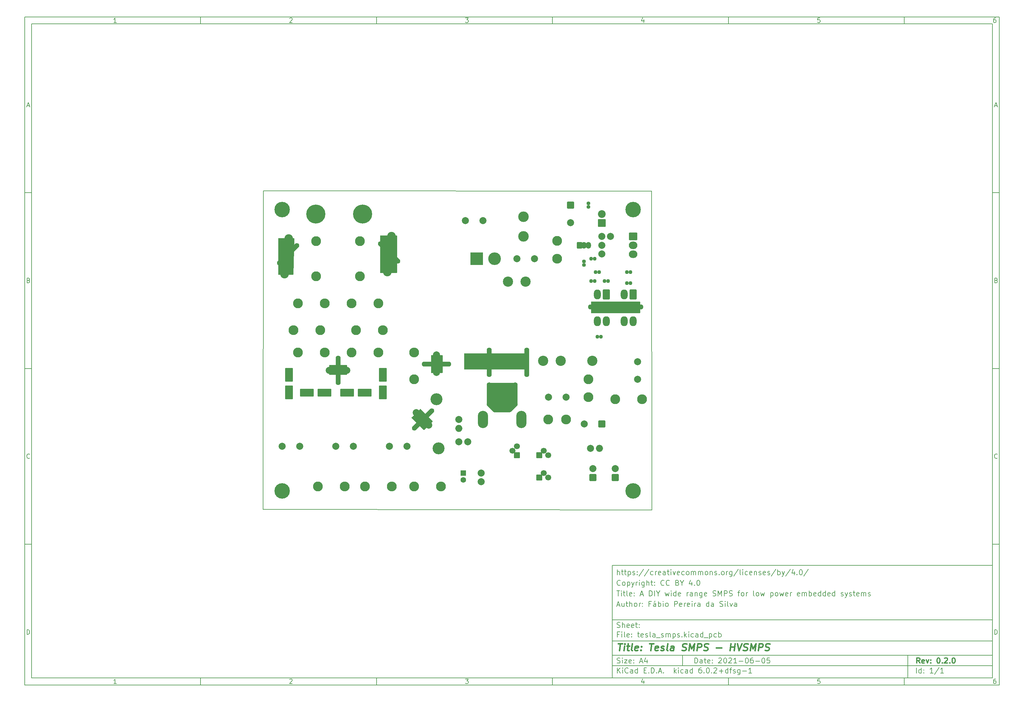
<source format=gbr>
%TF.GenerationSoftware,KiCad,Pcbnew,6.0.2+dfsg-1*%
%TF.CreationDate,2024-06-07T15:20:49-03:00*%
%TF.ProjectId,tesla_smps,7465736c-615f-4736-9d70-732e6b696361,0.2.0*%
%TF.SameCoordinates,Original*%
%TF.FileFunction,Soldermask,Top*%
%TF.FilePolarity,Negative*%
%FSLAX46Y46*%
G04 Gerber Fmt 4.6, Leading zero omitted, Abs format (unit mm)*
G04 Created by KiCad (PCBNEW 6.0.2+dfsg-1) date 2024-06-07 15:20:49*
%MOMM*%
%LPD*%
G01*
G04 APERTURE LIST*
G04 Aperture macros list*
%AMRoundRect*
0 Rectangle with rounded corners*
0 $1 Rounding radius*
0 $2 $3 $4 $5 $6 $7 $8 $9 X,Y pos of 4 corners*
0 Add a 4 corners polygon primitive as box body*
4,1,4,$2,$3,$4,$5,$6,$7,$8,$9,$2,$3,0*
0 Add four circle primitives for the rounded corners*
1,1,$1+$1,$2,$3*
1,1,$1+$1,$4,$5*
1,1,$1+$1,$6,$7*
1,1,$1+$1,$8,$9*
0 Add four rect primitives between the rounded corners*
20,1,$1+$1,$2,$3,$4,$5,0*
20,1,$1+$1,$4,$5,$6,$7,0*
20,1,$1+$1,$6,$7,$8,$9,0*
20,1,$1+$1,$8,$9,$2,$3,0*%
%AMHorizOval*
0 Thick line with rounded ends*
0 $1 width*
0 $2 $3 position (X,Y) of the first rounded end (center of the circle)*
0 $4 $5 position (X,Y) of the second rounded end (center of the circle)*
0 Add line between two ends*
20,1,$1,$2,$3,$4,$5,0*
0 Add two circle primitives to create the rounded ends*
1,1,$1,$2,$3*
1,1,$1,$4,$5*%
G04 Aperture macros list end*
%ADD10C,0.100000*%
%ADD11C,0.150000*%
%ADD12C,0.300000*%
%ADD13C,0.400000*%
%TA.AperFunction,Profile*%
%ADD14C,0.150000*%
%TD*%
%ADD15RoundRect,0.200000X-0.800000X0.800000X-0.800000X-0.800000X0.800000X-0.800000X0.800000X0.800000X0*%
%ADD16C,2.000000*%
%ADD17RoundRect,0.200000X0.800000X-0.800000X0.800000X0.800000X-0.800000X0.800000X-0.800000X-0.800000X0*%
%ADD18RoundRect,0.200000X0.800000X0.800000X-0.800000X0.800000X-0.800000X-0.800000X0.800000X-0.800000X0*%
%ADD19RoundRect,0.200000X-0.600000X0.600000X-0.600000X-0.600000X0.600000X-0.600000X0.600000X0.600000X0*%
%ADD20C,1.600000*%
%ADD21RoundRect,0.200000X-1.600000X-1.600000X1.600000X-1.600000X1.600000X1.600000X-1.600000X1.600000X0*%
%ADD22O,3.600000X3.600000*%
%ADD23RoundRect,0.200000X0.900000X-0.900000X0.900000X0.900000X-0.900000X0.900000X-0.900000X-0.900000X0*%
%ADD24C,2.200000*%
%ADD25RoundRect,0.200000X-0.650000X-0.650000X0.650000X-0.650000X0.650000X0.650000X-0.650000X0.650000X0*%
%ADD26C,1.700000*%
%ADD27RoundRect,0.200000X-1.750000X-0.900000X1.750000X-0.900000X1.750000X0.900000X-1.750000X0.900000X0*%
%ADD28RoundRect,0.200000X0.900000X-1.750000X0.900000X1.750000X-0.900000X1.750000X-0.900000X-1.750000X0*%
%ADD29RoundRect,0.200000X1.750000X0.900000X-1.750000X0.900000X-1.750000X-0.900000X1.750000X-0.900000X0*%
%ADD30C,2.410000*%
%ADD31C,2.800000*%
%ADD32RoundRect,0.200000X-1.015000X-0.865000X1.015000X-0.865000X1.015000X0.865000X-1.015000X0.865000X0*%
%ADD33O,2.430000X2.130000*%
%ADD34C,3.000000*%
%ADD35C,5.400000*%
%ADD36O,2.800000X2.800000*%
%ADD37RoundRect,0.335000X0.185000X-0.135000X0.185000X0.135000X-0.185000X0.135000X-0.185000X-0.135000X0*%
%ADD38RoundRect,0.335000X-0.135000X-0.185000X0.135000X-0.185000X0.135000X0.185000X-0.135000X0.185000X0*%
%ADD39RoundRect,0.335000X-0.185000X0.135000X-0.185000X-0.135000X0.185000X-0.135000X0.185000X0.135000X0*%
%ADD40RoundRect,0.335000X0.135000X0.185000X-0.135000X0.185000X-0.135000X-0.185000X0.135000X-0.185000X0*%
%ADD41O,2.000000X2.000000*%
%ADD42RoundRect,0.200000X-0.525000X-0.750000X0.525000X-0.750000X0.525000X0.750000X-0.525000X0.750000X0*%
%ADD43O,1.450000X1.900000*%
%ADD44O,5.400000X1.400000*%
%ADD45O,1.400000X6.900000*%
%ADD46HorizOval,1.400000X-0.795495X0.795495X0.795495X-0.795495X0*%
%ADD47HorizOval,1.400000X0.795495X0.795495X-0.795495X-0.795495X0*%
%ADD48O,2.900000X4.900000*%
%ADD49RoundRect,0.200000X0.650000X-0.650000X0.650000X0.650000X-0.650000X0.650000X-0.650000X-0.650000X0*%
%ADD50C,3.400000*%
%ADD51RoundRect,0.200000X-0.800000X1.200000X-0.800000X-1.200000X0.800000X-1.200000X0.800000X1.200000X0*%
%ADD52O,2.000000X2.800000*%
%ADD53C,4.400000*%
%ADD54O,1.400000X8.400000*%
%ADD55O,8.400000X1.400000*%
%ADD56HorizOval,1.400000X2.474874X2.474874X-2.474874X-2.474874X0*%
%ADD57HorizOval,1.400000X-2.474874X2.474874X2.474874X-2.474874X0*%
%ADD58C,2.900000*%
G04 APERTURE END LIST*
D10*
D11*
X177002200Y-166007200D02*
X177002200Y-198007200D01*
X285002200Y-198007200D01*
X285002200Y-166007200D01*
X177002200Y-166007200D01*
D10*
D11*
X10000000Y-10000000D02*
X10000000Y-200007200D01*
X287002200Y-200007200D01*
X287002200Y-10000000D01*
X10000000Y-10000000D01*
D10*
D11*
X12000000Y-12000000D02*
X12000000Y-198007200D01*
X285002200Y-198007200D01*
X285002200Y-12000000D01*
X12000000Y-12000000D01*
D10*
D11*
X60000000Y-12000000D02*
X60000000Y-10000000D01*
D10*
D11*
X110000000Y-12000000D02*
X110000000Y-10000000D01*
D10*
D11*
X160000000Y-12000000D02*
X160000000Y-10000000D01*
D10*
D11*
X210000000Y-12000000D02*
X210000000Y-10000000D01*
D10*
D11*
X260000000Y-12000000D02*
X260000000Y-10000000D01*
D10*
D11*
X36065476Y-11588095D02*
X35322619Y-11588095D01*
X35694047Y-11588095D02*
X35694047Y-10288095D01*
X35570238Y-10473809D01*
X35446428Y-10597619D01*
X35322619Y-10659523D01*
D10*
D11*
X85322619Y-10411904D02*
X85384523Y-10350000D01*
X85508333Y-10288095D01*
X85817857Y-10288095D01*
X85941666Y-10350000D01*
X86003571Y-10411904D01*
X86065476Y-10535714D01*
X86065476Y-10659523D01*
X86003571Y-10845238D01*
X85260714Y-11588095D01*
X86065476Y-11588095D01*
D10*
D11*
X135260714Y-10288095D02*
X136065476Y-10288095D01*
X135632142Y-10783333D01*
X135817857Y-10783333D01*
X135941666Y-10845238D01*
X136003571Y-10907142D01*
X136065476Y-11030952D01*
X136065476Y-11340476D01*
X136003571Y-11464285D01*
X135941666Y-11526190D01*
X135817857Y-11588095D01*
X135446428Y-11588095D01*
X135322619Y-11526190D01*
X135260714Y-11464285D01*
D10*
D11*
X185941666Y-10721428D02*
X185941666Y-11588095D01*
X185632142Y-10226190D02*
X185322619Y-11154761D01*
X186127380Y-11154761D01*
D10*
D11*
X236003571Y-10288095D02*
X235384523Y-10288095D01*
X235322619Y-10907142D01*
X235384523Y-10845238D01*
X235508333Y-10783333D01*
X235817857Y-10783333D01*
X235941666Y-10845238D01*
X236003571Y-10907142D01*
X236065476Y-11030952D01*
X236065476Y-11340476D01*
X236003571Y-11464285D01*
X235941666Y-11526190D01*
X235817857Y-11588095D01*
X235508333Y-11588095D01*
X235384523Y-11526190D01*
X235322619Y-11464285D01*
D10*
D11*
X285941666Y-10288095D02*
X285694047Y-10288095D01*
X285570238Y-10350000D01*
X285508333Y-10411904D01*
X285384523Y-10597619D01*
X285322619Y-10845238D01*
X285322619Y-11340476D01*
X285384523Y-11464285D01*
X285446428Y-11526190D01*
X285570238Y-11588095D01*
X285817857Y-11588095D01*
X285941666Y-11526190D01*
X286003571Y-11464285D01*
X286065476Y-11340476D01*
X286065476Y-11030952D01*
X286003571Y-10907142D01*
X285941666Y-10845238D01*
X285817857Y-10783333D01*
X285570238Y-10783333D01*
X285446428Y-10845238D01*
X285384523Y-10907142D01*
X285322619Y-11030952D01*
D10*
D11*
X60000000Y-198007200D02*
X60000000Y-200007200D01*
D10*
D11*
X110000000Y-198007200D02*
X110000000Y-200007200D01*
D10*
D11*
X160000000Y-198007200D02*
X160000000Y-200007200D01*
D10*
D11*
X210000000Y-198007200D02*
X210000000Y-200007200D01*
D10*
D11*
X260000000Y-198007200D02*
X260000000Y-200007200D01*
D10*
D11*
X36065476Y-199595295D02*
X35322619Y-199595295D01*
X35694047Y-199595295D02*
X35694047Y-198295295D01*
X35570238Y-198481009D01*
X35446428Y-198604819D01*
X35322619Y-198666723D01*
D10*
D11*
X85322619Y-198419104D02*
X85384523Y-198357200D01*
X85508333Y-198295295D01*
X85817857Y-198295295D01*
X85941666Y-198357200D01*
X86003571Y-198419104D01*
X86065476Y-198542914D01*
X86065476Y-198666723D01*
X86003571Y-198852438D01*
X85260714Y-199595295D01*
X86065476Y-199595295D01*
D10*
D11*
X135260714Y-198295295D02*
X136065476Y-198295295D01*
X135632142Y-198790533D01*
X135817857Y-198790533D01*
X135941666Y-198852438D01*
X136003571Y-198914342D01*
X136065476Y-199038152D01*
X136065476Y-199347676D01*
X136003571Y-199471485D01*
X135941666Y-199533390D01*
X135817857Y-199595295D01*
X135446428Y-199595295D01*
X135322619Y-199533390D01*
X135260714Y-199471485D01*
D10*
D11*
X185941666Y-198728628D02*
X185941666Y-199595295D01*
X185632142Y-198233390D02*
X185322619Y-199161961D01*
X186127380Y-199161961D01*
D10*
D11*
X236003571Y-198295295D02*
X235384523Y-198295295D01*
X235322619Y-198914342D01*
X235384523Y-198852438D01*
X235508333Y-198790533D01*
X235817857Y-198790533D01*
X235941666Y-198852438D01*
X236003571Y-198914342D01*
X236065476Y-199038152D01*
X236065476Y-199347676D01*
X236003571Y-199471485D01*
X235941666Y-199533390D01*
X235817857Y-199595295D01*
X235508333Y-199595295D01*
X235384523Y-199533390D01*
X235322619Y-199471485D01*
D10*
D11*
X285941666Y-198295295D02*
X285694047Y-198295295D01*
X285570238Y-198357200D01*
X285508333Y-198419104D01*
X285384523Y-198604819D01*
X285322619Y-198852438D01*
X285322619Y-199347676D01*
X285384523Y-199471485D01*
X285446428Y-199533390D01*
X285570238Y-199595295D01*
X285817857Y-199595295D01*
X285941666Y-199533390D01*
X286003571Y-199471485D01*
X286065476Y-199347676D01*
X286065476Y-199038152D01*
X286003571Y-198914342D01*
X285941666Y-198852438D01*
X285817857Y-198790533D01*
X285570238Y-198790533D01*
X285446428Y-198852438D01*
X285384523Y-198914342D01*
X285322619Y-199038152D01*
D10*
D11*
X10000000Y-60000000D02*
X12000000Y-60000000D01*
D10*
D11*
X10000000Y-110000000D02*
X12000000Y-110000000D01*
D10*
D11*
X10000000Y-160000000D02*
X12000000Y-160000000D01*
D10*
D11*
X10690476Y-35216666D02*
X11309523Y-35216666D01*
X10566666Y-35588095D02*
X11000000Y-34288095D01*
X11433333Y-35588095D01*
D10*
D11*
X11092857Y-84907142D02*
X11278571Y-84969047D01*
X11340476Y-85030952D01*
X11402380Y-85154761D01*
X11402380Y-85340476D01*
X11340476Y-85464285D01*
X11278571Y-85526190D01*
X11154761Y-85588095D01*
X10659523Y-85588095D01*
X10659523Y-84288095D01*
X11092857Y-84288095D01*
X11216666Y-84350000D01*
X11278571Y-84411904D01*
X11340476Y-84535714D01*
X11340476Y-84659523D01*
X11278571Y-84783333D01*
X11216666Y-84845238D01*
X11092857Y-84907142D01*
X10659523Y-84907142D01*
D10*
D11*
X11402380Y-135464285D02*
X11340476Y-135526190D01*
X11154761Y-135588095D01*
X11030952Y-135588095D01*
X10845238Y-135526190D01*
X10721428Y-135402380D01*
X10659523Y-135278571D01*
X10597619Y-135030952D01*
X10597619Y-134845238D01*
X10659523Y-134597619D01*
X10721428Y-134473809D01*
X10845238Y-134350000D01*
X11030952Y-134288095D01*
X11154761Y-134288095D01*
X11340476Y-134350000D01*
X11402380Y-134411904D01*
D10*
D11*
X10659523Y-185588095D02*
X10659523Y-184288095D01*
X10969047Y-184288095D01*
X11154761Y-184350000D01*
X11278571Y-184473809D01*
X11340476Y-184597619D01*
X11402380Y-184845238D01*
X11402380Y-185030952D01*
X11340476Y-185278571D01*
X11278571Y-185402380D01*
X11154761Y-185526190D01*
X10969047Y-185588095D01*
X10659523Y-185588095D01*
D10*
D11*
X287002200Y-60000000D02*
X285002200Y-60000000D01*
D10*
D11*
X287002200Y-110000000D02*
X285002200Y-110000000D01*
D10*
D11*
X287002200Y-160000000D02*
X285002200Y-160000000D01*
D10*
D11*
X285692676Y-35216666D02*
X286311723Y-35216666D01*
X285568866Y-35588095D02*
X286002200Y-34288095D01*
X286435533Y-35588095D01*
D10*
D11*
X286095057Y-84907142D02*
X286280771Y-84969047D01*
X286342676Y-85030952D01*
X286404580Y-85154761D01*
X286404580Y-85340476D01*
X286342676Y-85464285D01*
X286280771Y-85526190D01*
X286156961Y-85588095D01*
X285661723Y-85588095D01*
X285661723Y-84288095D01*
X286095057Y-84288095D01*
X286218866Y-84350000D01*
X286280771Y-84411904D01*
X286342676Y-84535714D01*
X286342676Y-84659523D01*
X286280771Y-84783333D01*
X286218866Y-84845238D01*
X286095057Y-84907142D01*
X285661723Y-84907142D01*
D10*
D11*
X286404580Y-135464285D02*
X286342676Y-135526190D01*
X286156961Y-135588095D01*
X286033152Y-135588095D01*
X285847438Y-135526190D01*
X285723628Y-135402380D01*
X285661723Y-135278571D01*
X285599819Y-135030952D01*
X285599819Y-134845238D01*
X285661723Y-134597619D01*
X285723628Y-134473809D01*
X285847438Y-134350000D01*
X286033152Y-134288095D01*
X286156961Y-134288095D01*
X286342676Y-134350000D01*
X286404580Y-134411904D01*
D10*
D11*
X285661723Y-185588095D02*
X285661723Y-184288095D01*
X285971247Y-184288095D01*
X286156961Y-184350000D01*
X286280771Y-184473809D01*
X286342676Y-184597619D01*
X286404580Y-184845238D01*
X286404580Y-185030952D01*
X286342676Y-185278571D01*
X286280771Y-185402380D01*
X286156961Y-185526190D01*
X285971247Y-185588095D01*
X285661723Y-185588095D01*
D10*
D11*
X200434342Y-193785771D02*
X200434342Y-192285771D01*
X200791485Y-192285771D01*
X201005771Y-192357200D01*
X201148628Y-192500057D01*
X201220057Y-192642914D01*
X201291485Y-192928628D01*
X201291485Y-193142914D01*
X201220057Y-193428628D01*
X201148628Y-193571485D01*
X201005771Y-193714342D01*
X200791485Y-193785771D01*
X200434342Y-193785771D01*
X202577200Y-193785771D02*
X202577200Y-193000057D01*
X202505771Y-192857200D01*
X202362914Y-192785771D01*
X202077200Y-192785771D01*
X201934342Y-192857200D01*
X202577200Y-193714342D02*
X202434342Y-193785771D01*
X202077200Y-193785771D01*
X201934342Y-193714342D01*
X201862914Y-193571485D01*
X201862914Y-193428628D01*
X201934342Y-193285771D01*
X202077200Y-193214342D01*
X202434342Y-193214342D01*
X202577200Y-193142914D01*
X203077200Y-192785771D02*
X203648628Y-192785771D01*
X203291485Y-192285771D02*
X203291485Y-193571485D01*
X203362914Y-193714342D01*
X203505771Y-193785771D01*
X203648628Y-193785771D01*
X204720057Y-193714342D02*
X204577200Y-193785771D01*
X204291485Y-193785771D01*
X204148628Y-193714342D01*
X204077200Y-193571485D01*
X204077200Y-193000057D01*
X204148628Y-192857200D01*
X204291485Y-192785771D01*
X204577200Y-192785771D01*
X204720057Y-192857200D01*
X204791485Y-193000057D01*
X204791485Y-193142914D01*
X204077200Y-193285771D01*
X205434342Y-193642914D02*
X205505771Y-193714342D01*
X205434342Y-193785771D01*
X205362914Y-193714342D01*
X205434342Y-193642914D01*
X205434342Y-193785771D01*
X205434342Y-192857200D02*
X205505771Y-192928628D01*
X205434342Y-193000057D01*
X205362914Y-192928628D01*
X205434342Y-192857200D01*
X205434342Y-193000057D01*
X207220057Y-192428628D02*
X207291485Y-192357200D01*
X207434342Y-192285771D01*
X207791485Y-192285771D01*
X207934342Y-192357200D01*
X208005771Y-192428628D01*
X208077200Y-192571485D01*
X208077200Y-192714342D01*
X208005771Y-192928628D01*
X207148628Y-193785771D01*
X208077200Y-193785771D01*
X209005771Y-192285771D02*
X209148628Y-192285771D01*
X209291485Y-192357200D01*
X209362914Y-192428628D01*
X209434342Y-192571485D01*
X209505771Y-192857200D01*
X209505771Y-193214342D01*
X209434342Y-193500057D01*
X209362914Y-193642914D01*
X209291485Y-193714342D01*
X209148628Y-193785771D01*
X209005771Y-193785771D01*
X208862914Y-193714342D01*
X208791485Y-193642914D01*
X208720057Y-193500057D01*
X208648628Y-193214342D01*
X208648628Y-192857200D01*
X208720057Y-192571485D01*
X208791485Y-192428628D01*
X208862914Y-192357200D01*
X209005771Y-192285771D01*
X210077200Y-192428628D02*
X210148628Y-192357200D01*
X210291485Y-192285771D01*
X210648628Y-192285771D01*
X210791485Y-192357200D01*
X210862914Y-192428628D01*
X210934342Y-192571485D01*
X210934342Y-192714342D01*
X210862914Y-192928628D01*
X210005771Y-193785771D01*
X210934342Y-193785771D01*
X212362914Y-193785771D02*
X211505771Y-193785771D01*
X211934342Y-193785771D02*
X211934342Y-192285771D01*
X211791485Y-192500057D01*
X211648628Y-192642914D01*
X211505771Y-192714342D01*
X213005771Y-193214342D02*
X214148628Y-193214342D01*
X215148628Y-192285771D02*
X215291485Y-192285771D01*
X215434342Y-192357200D01*
X215505771Y-192428628D01*
X215577200Y-192571485D01*
X215648628Y-192857200D01*
X215648628Y-193214342D01*
X215577200Y-193500057D01*
X215505771Y-193642914D01*
X215434342Y-193714342D01*
X215291485Y-193785771D01*
X215148628Y-193785771D01*
X215005771Y-193714342D01*
X214934342Y-193642914D01*
X214862914Y-193500057D01*
X214791485Y-193214342D01*
X214791485Y-192857200D01*
X214862914Y-192571485D01*
X214934342Y-192428628D01*
X215005771Y-192357200D01*
X215148628Y-192285771D01*
X216934342Y-192285771D02*
X216648628Y-192285771D01*
X216505771Y-192357200D01*
X216434342Y-192428628D01*
X216291485Y-192642914D01*
X216220057Y-192928628D01*
X216220057Y-193500057D01*
X216291485Y-193642914D01*
X216362914Y-193714342D01*
X216505771Y-193785771D01*
X216791485Y-193785771D01*
X216934342Y-193714342D01*
X217005771Y-193642914D01*
X217077200Y-193500057D01*
X217077200Y-193142914D01*
X217005771Y-193000057D01*
X216934342Y-192928628D01*
X216791485Y-192857200D01*
X216505771Y-192857200D01*
X216362914Y-192928628D01*
X216291485Y-193000057D01*
X216220057Y-193142914D01*
X217720057Y-193214342D02*
X218862914Y-193214342D01*
X219862914Y-192285771D02*
X220005771Y-192285771D01*
X220148628Y-192357200D01*
X220220057Y-192428628D01*
X220291485Y-192571485D01*
X220362914Y-192857200D01*
X220362914Y-193214342D01*
X220291485Y-193500057D01*
X220220057Y-193642914D01*
X220148628Y-193714342D01*
X220005771Y-193785771D01*
X219862914Y-193785771D01*
X219720057Y-193714342D01*
X219648628Y-193642914D01*
X219577200Y-193500057D01*
X219505771Y-193214342D01*
X219505771Y-192857200D01*
X219577200Y-192571485D01*
X219648628Y-192428628D01*
X219720057Y-192357200D01*
X219862914Y-192285771D01*
X221720057Y-192285771D02*
X221005771Y-192285771D01*
X220934342Y-193000057D01*
X221005771Y-192928628D01*
X221148628Y-192857200D01*
X221505771Y-192857200D01*
X221648628Y-192928628D01*
X221720057Y-193000057D01*
X221791485Y-193142914D01*
X221791485Y-193500057D01*
X221720057Y-193642914D01*
X221648628Y-193714342D01*
X221505771Y-193785771D01*
X221148628Y-193785771D01*
X221005771Y-193714342D01*
X220934342Y-193642914D01*
D10*
D11*
X177002200Y-194507200D02*
X285002200Y-194507200D01*
D10*
D11*
X178434342Y-196585771D02*
X178434342Y-195085771D01*
X179291485Y-196585771D02*
X178648628Y-195728628D01*
X179291485Y-195085771D02*
X178434342Y-195942914D01*
X179934342Y-196585771D02*
X179934342Y-195585771D01*
X179934342Y-195085771D02*
X179862914Y-195157200D01*
X179934342Y-195228628D01*
X180005771Y-195157200D01*
X179934342Y-195085771D01*
X179934342Y-195228628D01*
X181505771Y-196442914D02*
X181434342Y-196514342D01*
X181220057Y-196585771D01*
X181077200Y-196585771D01*
X180862914Y-196514342D01*
X180720057Y-196371485D01*
X180648628Y-196228628D01*
X180577200Y-195942914D01*
X180577200Y-195728628D01*
X180648628Y-195442914D01*
X180720057Y-195300057D01*
X180862914Y-195157200D01*
X181077200Y-195085771D01*
X181220057Y-195085771D01*
X181434342Y-195157200D01*
X181505771Y-195228628D01*
X182791485Y-196585771D02*
X182791485Y-195800057D01*
X182720057Y-195657200D01*
X182577200Y-195585771D01*
X182291485Y-195585771D01*
X182148628Y-195657200D01*
X182791485Y-196514342D02*
X182648628Y-196585771D01*
X182291485Y-196585771D01*
X182148628Y-196514342D01*
X182077200Y-196371485D01*
X182077200Y-196228628D01*
X182148628Y-196085771D01*
X182291485Y-196014342D01*
X182648628Y-196014342D01*
X182791485Y-195942914D01*
X184148628Y-196585771D02*
X184148628Y-195085771D01*
X184148628Y-196514342D02*
X184005771Y-196585771D01*
X183720057Y-196585771D01*
X183577200Y-196514342D01*
X183505771Y-196442914D01*
X183434342Y-196300057D01*
X183434342Y-195871485D01*
X183505771Y-195728628D01*
X183577200Y-195657200D01*
X183720057Y-195585771D01*
X184005771Y-195585771D01*
X184148628Y-195657200D01*
X186005771Y-195800057D02*
X186505771Y-195800057D01*
X186720057Y-196585771D02*
X186005771Y-196585771D01*
X186005771Y-195085771D01*
X186720057Y-195085771D01*
X187362914Y-196442914D02*
X187434342Y-196514342D01*
X187362914Y-196585771D01*
X187291485Y-196514342D01*
X187362914Y-196442914D01*
X187362914Y-196585771D01*
X188077200Y-196585771D02*
X188077200Y-195085771D01*
X188434342Y-195085771D01*
X188648628Y-195157200D01*
X188791485Y-195300057D01*
X188862914Y-195442914D01*
X188934342Y-195728628D01*
X188934342Y-195942914D01*
X188862914Y-196228628D01*
X188791485Y-196371485D01*
X188648628Y-196514342D01*
X188434342Y-196585771D01*
X188077200Y-196585771D01*
X189577200Y-196442914D02*
X189648628Y-196514342D01*
X189577200Y-196585771D01*
X189505771Y-196514342D01*
X189577200Y-196442914D01*
X189577200Y-196585771D01*
X190220057Y-196157200D02*
X190934342Y-196157200D01*
X190077200Y-196585771D02*
X190577200Y-195085771D01*
X191077200Y-196585771D01*
X191577200Y-196442914D02*
X191648628Y-196514342D01*
X191577200Y-196585771D01*
X191505771Y-196514342D01*
X191577200Y-196442914D01*
X191577200Y-196585771D01*
X194577200Y-196585771D02*
X194577200Y-195085771D01*
X194720057Y-196014342D02*
X195148628Y-196585771D01*
X195148628Y-195585771D02*
X194577200Y-196157200D01*
X195791485Y-196585771D02*
X195791485Y-195585771D01*
X195791485Y-195085771D02*
X195720057Y-195157200D01*
X195791485Y-195228628D01*
X195862914Y-195157200D01*
X195791485Y-195085771D01*
X195791485Y-195228628D01*
X197148628Y-196514342D02*
X197005771Y-196585771D01*
X196720057Y-196585771D01*
X196577200Y-196514342D01*
X196505771Y-196442914D01*
X196434342Y-196300057D01*
X196434342Y-195871485D01*
X196505771Y-195728628D01*
X196577200Y-195657200D01*
X196720057Y-195585771D01*
X197005771Y-195585771D01*
X197148628Y-195657200D01*
X198434342Y-196585771D02*
X198434342Y-195800057D01*
X198362914Y-195657200D01*
X198220057Y-195585771D01*
X197934342Y-195585771D01*
X197791485Y-195657200D01*
X198434342Y-196514342D02*
X198291485Y-196585771D01*
X197934342Y-196585771D01*
X197791485Y-196514342D01*
X197720057Y-196371485D01*
X197720057Y-196228628D01*
X197791485Y-196085771D01*
X197934342Y-196014342D01*
X198291485Y-196014342D01*
X198434342Y-195942914D01*
X199791485Y-196585771D02*
X199791485Y-195085771D01*
X199791485Y-196514342D02*
X199648628Y-196585771D01*
X199362914Y-196585771D01*
X199220057Y-196514342D01*
X199148628Y-196442914D01*
X199077200Y-196300057D01*
X199077200Y-195871485D01*
X199148628Y-195728628D01*
X199220057Y-195657200D01*
X199362914Y-195585771D01*
X199648628Y-195585771D01*
X199791485Y-195657200D01*
X202291485Y-195085771D02*
X202005771Y-195085771D01*
X201862914Y-195157200D01*
X201791485Y-195228628D01*
X201648628Y-195442914D01*
X201577200Y-195728628D01*
X201577200Y-196300057D01*
X201648628Y-196442914D01*
X201720057Y-196514342D01*
X201862914Y-196585771D01*
X202148628Y-196585771D01*
X202291485Y-196514342D01*
X202362914Y-196442914D01*
X202434342Y-196300057D01*
X202434342Y-195942914D01*
X202362914Y-195800057D01*
X202291485Y-195728628D01*
X202148628Y-195657200D01*
X201862914Y-195657200D01*
X201720057Y-195728628D01*
X201648628Y-195800057D01*
X201577200Y-195942914D01*
X203077200Y-196442914D02*
X203148628Y-196514342D01*
X203077200Y-196585771D01*
X203005771Y-196514342D01*
X203077200Y-196442914D01*
X203077200Y-196585771D01*
X204077200Y-195085771D02*
X204220057Y-195085771D01*
X204362914Y-195157200D01*
X204434342Y-195228628D01*
X204505771Y-195371485D01*
X204577200Y-195657200D01*
X204577200Y-196014342D01*
X204505771Y-196300057D01*
X204434342Y-196442914D01*
X204362914Y-196514342D01*
X204220057Y-196585771D01*
X204077200Y-196585771D01*
X203934342Y-196514342D01*
X203862914Y-196442914D01*
X203791485Y-196300057D01*
X203720057Y-196014342D01*
X203720057Y-195657200D01*
X203791485Y-195371485D01*
X203862914Y-195228628D01*
X203934342Y-195157200D01*
X204077200Y-195085771D01*
X205220057Y-196442914D02*
X205291485Y-196514342D01*
X205220057Y-196585771D01*
X205148628Y-196514342D01*
X205220057Y-196442914D01*
X205220057Y-196585771D01*
X205862914Y-195228628D02*
X205934342Y-195157200D01*
X206077200Y-195085771D01*
X206434342Y-195085771D01*
X206577200Y-195157200D01*
X206648628Y-195228628D01*
X206720057Y-195371485D01*
X206720057Y-195514342D01*
X206648628Y-195728628D01*
X205791485Y-196585771D01*
X206720057Y-196585771D01*
X207362914Y-196014342D02*
X208505771Y-196014342D01*
X207934342Y-196585771D02*
X207934342Y-195442914D01*
X209862914Y-196585771D02*
X209862914Y-195085771D01*
X209862914Y-196514342D02*
X209720057Y-196585771D01*
X209434342Y-196585771D01*
X209291485Y-196514342D01*
X209220057Y-196442914D01*
X209148628Y-196300057D01*
X209148628Y-195871485D01*
X209220057Y-195728628D01*
X209291485Y-195657200D01*
X209434342Y-195585771D01*
X209720057Y-195585771D01*
X209862914Y-195657200D01*
X210362914Y-195585771D02*
X210934342Y-195585771D01*
X210577200Y-196585771D02*
X210577200Y-195300057D01*
X210648628Y-195157200D01*
X210791485Y-195085771D01*
X210934342Y-195085771D01*
X211362914Y-196514342D02*
X211505771Y-196585771D01*
X211791485Y-196585771D01*
X211934342Y-196514342D01*
X212005771Y-196371485D01*
X212005771Y-196300057D01*
X211934342Y-196157200D01*
X211791485Y-196085771D01*
X211577200Y-196085771D01*
X211434342Y-196014342D01*
X211362914Y-195871485D01*
X211362914Y-195800057D01*
X211434342Y-195657200D01*
X211577200Y-195585771D01*
X211791485Y-195585771D01*
X211934342Y-195657200D01*
X213291485Y-195585771D02*
X213291485Y-196800057D01*
X213220057Y-196942914D01*
X213148628Y-197014342D01*
X213005771Y-197085771D01*
X212791485Y-197085771D01*
X212648628Y-197014342D01*
X213291485Y-196514342D02*
X213148628Y-196585771D01*
X212862914Y-196585771D01*
X212720057Y-196514342D01*
X212648628Y-196442914D01*
X212577200Y-196300057D01*
X212577200Y-195871485D01*
X212648628Y-195728628D01*
X212720057Y-195657200D01*
X212862914Y-195585771D01*
X213148628Y-195585771D01*
X213291485Y-195657200D01*
X214005771Y-196014342D02*
X215148628Y-196014342D01*
X216648628Y-196585771D02*
X215791485Y-196585771D01*
X216220057Y-196585771D02*
X216220057Y-195085771D01*
X216077200Y-195300057D01*
X215934342Y-195442914D01*
X215791485Y-195514342D01*
D10*
D11*
X177002200Y-191507200D02*
X285002200Y-191507200D01*
D10*
D12*
X264411485Y-193785771D02*
X263911485Y-193071485D01*
X263554342Y-193785771D02*
X263554342Y-192285771D01*
X264125771Y-192285771D01*
X264268628Y-192357200D01*
X264340057Y-192428628D01*
X264411485Y-192571485D01*
X264411485Y-192785771D01*
X264340057Y-192928628D01*
X264268628Y-193000057D01*
X264125771Y-193071485D01*
X263554342Y-193071485D01*
X265625771Y-193714342D02*
X265482914Y-193785771D01*
X265197200Y-193785771D01*
X265054342Y-193714342D01*
X264982914Y-193571485D01*
X264982914Y-193000057D01*
X265054342Y-192857200D01*
X265197200Y-192785771D01*
X265482914Y-192785771D01*
X265625771Y-192857200D01*
X265697200Y-193000057D01*
X265697200Y-193142914D01*
X264982914Y-193285771D01*
X266197200Y-192785771D02*
X266554342Y-193785771D01*
X266911485Y-192785771D01*
X267482914Y-193642914D02*
X267554342Y-193714342D01*
X267482914Y-193785771D01*
X267411485Y-193714342D01*
X267482914Y-193642914D01*
X267482914Y-193785771D01*
X267482914Y-192857200D02*
X267554342Y-192928628D01*
X267482914Y-193000057D01*
X267411485Y-192928628D01*
X267482914Y-192857200D01*
X267482914Y-193000057D01*
X269625771Y-192285771D02*
X269768628Y-192285771D01*
X269911485Y-192357200D01*
X269982914Y-192428628D01*
X270054342Y-192571485D01*
X270125771Y-192857200D01*
X270125771Y-193214342D01*
X270054342Y-193500057D01*
X269982914Y-193642914D01*
X269911485Y-193714342D01*
X269768628Y-193785771D01*
X269625771Y-193785771D01*
X269482914Y-193714342D01*
X269411485Y-193642914D01*
X269340057Y-193500057D01*
X269268628Y-193214342D01*
X269268628Y-192857200D01*
X269340057Y-192571485D01*
X269411485Y-192428628D01*
X269482914Y-192357200D01*
X269625771Y-192285771D01*
X270768628Y-193642914D02*
X270840057Y-193714342D01*
X270768628Y-193785771D01*
X270697200Y-193714342D01*
X270768628Y-193642914D01*
X270768628Y-193785771D01*
X271411485Y-192428628D02*
X271482914Y-192357200D01*
X271625771Y-192285771D01*
X271982914Y-192285771D01*
X272125771Y-192357200D01*
X272197200Y-192428628D01*
X272268628Y-192571485D01*
X272268628Y-192714342D01*
X272197200Y-192928628D01*
X271340057Y-193785771D01*
X272268628Y-193785771D01*
X272911485Y-193642914D02*
X272982914Y-193714342D01*
X272911485Y-193785771D01*
X272840057Y-193714342D01*
X272911485Y-193642914D01*
X272911485Y-193785771D01*
X273911485Y-192285771D02*
X274054342Y-192285771D01*
X274197200Y-192357200D01*
X274268628Y-192428628D01*
X274340057Y-192571485D01*
X274411485Y-192857200D01*
X274411485Y-193214342D01*
X274340057Y-193500057D01*
X274268628Y-193642914D01*
X274197200Y-193714342D01*
X274054342Y-193785771D01*
X273911485Y-193785771D01*
X273768628Y-193714342D01*
X273697200Y-193642914D01*
X273625771Y-193500057D01*
X273554342Y-193214342D01*
X273554342Y-192857200D01*
X273625771Y-192571485D01*
X273697200Y-192428628D01*
X273768628Y-192357200D01*
X273911485Y-192285771D01*
D10*
D11*
X178362914Y-193714342D02*
X178577200Y-193785771D01*
X178934342Y-193785771D01*
X179077200Y-193714342D01*
X179148628Y-193642914D01*
X179220057Y-193500057D01*
X179220057Y-193357200D01*
X179148628Y-193214342D01*
X179077200Y-193142914D01*
X178934342Y-193071485D01*
X178648628Y-193000057D01*
X178505771Y-192928628D01*
X178434342Y-192857200D01*
X178362914Y-192714342D01*
X178362914Y-192571485D01*
X178434342Y-192428628D01*
X178505771Y-192357200D01*
X178648628Y-192285771D01*
X179005771Y-192285771D01*
X179220057Y-192357200D01*
X179862914Y-193785771D02*
X179862914Y-192785771D01*
X179862914Y-192285771D02*
X179791485Y-192357200D01*
X179862914Y-192428628D01*
X179934342Y-192357200D01*
X179862914Y-192285771D01*
X179862914Y-192428628D01*
X180434342Y-192785771D02*
X181220057Y-192785771D01*
X180434342Y-193785771D01*
X181220057Y-193785771D01*
X182362914Y-193714342D02*
X182220057Y-193785771D01*
X181934342Y-193785771D01*
X181791485Y-193714342D01*
X181720057Y-193571485D01*
X181720057Y-193000057D01*
X181791485Y-192857200D01*
X181934342Y-192785771D01*
X182220057Y-192785771D01*
X182362914Y-192857200D01*
X182434342Y-193000057D01*
X182434342Y-193142914D01*
X181720057Y-193285771D01*
X183077200Y-193642914D02*
X183148628Y-193714342D01*
X183077200Y-193785771D01*
X183005771Y-193714342D01*
X183077200Y-193642914D01*
X183077200Y-193785771D01*
X183077200Y-192857200D02*
X183148628Y-192928628D01*
X183077200Y-193000057D01*
X183005771Y-192928628D01*
X183077200Y-192857200D01*
X183077200Y-193000057D01*
X184862914Y-193357200D02*
X185577200Y-193357200D01*
X184720057Y-193785771D02*
X185220057Y-192285771D01*
X185720057Y-193785771D01*
X186862914Y-192785771D02*
X186862914Y-193785771D01*
X186505771Y-192214342D02*
X186148628Y-193285771D01*
X187077200Y-193285771D01*
D10*
D11*
X263434342Y-196585771D02*
X263434342Y-195085771D01*
X264791485Y-196585771D02*
X264791485Y-195085771D01*
X264791485Y-196514342D02*
X264648628Y-196585771D01*
X264362914Y-196585771D01*
X264220057Y-196514342D01*
X264148628Y-196442914D01*
X264077200Y-196300057D01*
X264077200Y-195871485D01*
X264148628Y-195728628D01*
X264220057Y-195657200D01*
X264362914Y-195585771D01*
X264648628Y-195585771D01*
X264791485Y-195657200D01*
X265505771Y-196442914D02*
X265577200Y-196514342D01*
X265505771Y-196585771D01*
X265434342Y-196514342D01*
X265505771Y-196442914D01*
X265505771Y-196585771D01*
X265505771Y-195657200D02*
X265577200Y-195728628D01*
X265505771Y-195800057D01*
X265434342Y-195728628D01*
X265505771Y-195657200D01*
X265505771Y-195800057D01*
X268148628Y-196585771D02*
X267291485Y-196585771D01*
X267720057Y-196585771D02*
X267720057Y-195085771D01*
X267577200Y-195300057D01*
X267434342Y-195442914D01*
X267291485Y-195514342D01*
X269862914Y-195014342D02*
X268577200Y-196942914D01*
X271148628Y-196585771D02*
X270291485Y-196585771D01*
X270720057Y-196585771D02*
X270720057Y-195085771D01*
X270577200Y-195300057D01*
X270434342Y-195442914D01*
X270291485Y-195514342D01*
D10*
D11*
X177002200Y-187507200D02*
X285002200Y-187507200D01*
D10*
D13*
X178714580Y-188211961D02*
X179857438Y-188211961D01*
X179036009Y-190211961D02*
X179286009Y-188211961D01*
X180274104Y-190211961D02*
X180440771Y-188878628D01*
X180524104Y-188211961D02*
X180416961Y-188307200D01*
X180500295Y-188402438D01*
X180607438Y-188307200D01*
X180524104Y-188211961D01*
X180500295Y-188402438D01*
X181107438Y-188878628D02*
X181869342Y-188878628D01*
X181476485Y-188211961D02*
X181262200Y-189926247D01*
X181333628Y-190116723D01*
X181512200Y-190211961D01*
X181702676Y-190211961D01*
X182655057Y-190211961D02*
X182476485Y-190116723D01*
X182405057Y-189926247D01*
X182619342Y-188211961D01*
X184190771Y-190116723D02*
X183988390Y-190211961D01*
X183607438Y-190211961D01*
X183428866Y-190116723D01*
X183357438Y-189926247D01*
X183452676Y-189164342D01*
X183571723Y-188973866D01*
X183774104Y-188878628D01*
X184155057Y-188878628D01*
X184333628Y-188973866D01*
X184405057Y-189164342D01*
X184381247Y-189354819D01*
X183405057Y-189545295D01*
X185155057Y-190021485D02*
X185238390Y-190116723D01*
X185131247Y-190211961D01*
X185047914Y-190116723D01*
X185155057Y-190021485D01*
X185131247Y-190211961D01*
X185286009Y-188973866D02*
X185369342Y-189069104D01*
X185262200Y-189164342D01*
X185178866Y-189069104D01*
X185286009Y-188973866D01*
X185262200Y-189164342D01*
X187571723Y-188211961D02*
X188714580Y-188211961D01*
X187893152Y-190211961D02*
X188143152Y-188211961D01*
X189905057Y-190116723D02*
X189702676Y-190211961D01*
X189321723Y-190211961D01*
X189143152Y-190116723D01*
X189071723Y-189926247D01*
X189166961Y-189164342D01*
X189286009Y-188973866D01*
X189488390Y-188878628D01*
X189869342Y-188878628D01*
X190047914Y-188973866D01*
X190119342Y-189164342D01*
X190095533Y-189354819D01*
X189119342Y-189545295D01*
X190762200Y-190116723D02*
X190940771Y-190211961D01*
X191321723Y-190211961D01*
X191524104Y-190116723D01*
X191643152Y-189926247D01*
X191655057Y-189831009D01*
X191583628Y-189640533D01*
X191405057Y-189545295D01*
X191119342Y-189545295D01*
X190940771Y-189450057D01*
X190869342Y-189259580D01*
X190881247Y-189164342D01*
X191000295Y-188973866D01*
X191202676Y-188878628D01*
X191488390Y-188878628D01*
X191666961Y-188973866D01*
X192750295Y-190211961D02*
X192571723Y-190116723D01*
X192500295Y-189926247D01*
X192714580Y-188211961D01*
X194369342Y-190211961D02*
X194500295Y-189164342D01*
X194428866Y-188973866D01*
X194250295Y-188878628D01*
X193869342Y-188878628D01*
X193666961Y-188973866D01*
X194381247Y-190116723D02*
X194178866Y-190211961D01*
X193702676Y-190211961D01*
X193524104Y-190116723D01*
X193452676Y-189926247D01*
X193476485Y-189735771D01*
X193595533Y-189545295D01*
X193797914Y-189450057D01*
X194274104Y-189450057D01*
X194476485Y-189354819D01*
X196762200Y-190116723D02*
X197036009Y-190211961D01*
X197512200Y-190211961D01*
X197714580Y-190116723D01*
X197821723Y-190021485D01*
X197940771Y-189831009D01*
X197964580Y-189640533D01*
X197893152Y-189450057D01*
X197809819Y-189354819D01*
X197631247Y-189259580D01*
X197262200Y-189164342D01*
X197083628Y-189069104D01*
X197000295Y-188973866D01*
X196928866Y-188783390D01*
X196952676Y-188592914D01*
X197071723Y-188402438D01*
X197178866Y-188307200D01*
X197381247Y-188211961D01*
X197857438Y-188211961D01*
X198131247Y-188307200D01*
X198750295Y-190211961D02*
X199000295Y-188211961D01*
X199488390Y-189640533D01*
X200333628Y-188211961D01*
X200083628Y-190211961D01*
X201036009Y-190211961D02*
X201286009Y-188211961D01*
X202047914Y-188211961D01*
X202226485Y-188307200D01*
X202309819Y-188402438D01*
X202381247Y-188592914D01*
X202345533Y-188878628D01*
X202226485Y-189069104D01*
X202119342Y-189164342D01*
X201916961Y-189259580D01*
X201155057Y-189259580D01*
X202952676Y-190116723D02*
X203226485Y-190211961D01*
X203702676Y-190211961D01*
X203905057Y-190116723D01*
X204012200Y-190021485D01*
X204131247Y-189831009D01*
X204155057Y-189640533D01*
X204083628Y-189450057D01*
X204000295Y-189354819D01*
X203821723Y-189259580D01*
X203452676Y-189164342D01*
X203274104Y-189069104D01*
X203190771Y-188973866D01*
X203119342Y-188783390D01*
X203143152Y-188592914D01*
X203262200Y-188402438D01*
X203369342Y-188307200D01*
X203571723Y-188211961D01*
X204047914Y-188211961D01*
X204321723Y-188307200D01*
X206559819Y-189450057D02*
X208083628Y-189450057D01*
X210464580Y-190211961D02*
X210714580Y-188211961D01*
X210595533Y-189164342D02*
X211738390Y-189164342D01*
X211607438Y-190211961D02*
X211857438Y-188211961D01*
X212524104Y-188211961D02*
X212940771Y-190211961D01*
X213857438Y-188211961D01*
X214190771Y-190116723D02*
X214464580Y-190211961D01*
X214940771Y-190211961D01*
X215143152Y-190116723D01*
X215250295Y-190021485D01*
X215369342Y-189831009D01*
X215393152Y-189640533D01*
X215321723Y-189450057D01*
X215238390Y-189354819D01*
X215059819Y-189259580D01*
X214690771Y-189164342D01*
X214512200Y-189069104D01*
X214428866Y-188973866D01*
X214357438Y-188783390D01*
X214381247Y-188592914D01*
X214500295Y-188402438D01*
X214607438Y-188307200D01*
X214809819Y-188211961D01*
X215286009Y-188211961D01*
X215559819Y-188307200D01*
X216178866Y-190211961D02*
X216428866Y-188211961D01*
X216916961Y-189640533D01*
X217762200Y-188211961D01*
X217512200Y-190211961D01*
X218464580Y-190211961D02*
X218714580Y-188211961D01*
X219476485Y-188211961D01*
X219655057Y-188307200D01*
X219738390Y-188402438D01*
X219809819Y-188592914D01*
X219774104Y-188878628D01*
X219655057Y-189069104D01*
X219547914Y-189164342D01*
X219345533Y-189259580D01*
X218583628Y-189259580D01*
X220381247Y-190116723D02*
X220655057Y-190211961D01*
X221131247Y-190211961D01*
X221333628Y-190116723D01*
X221440771Y-190021485D01*
X221559819Y-189831009D01*
X221583628Y-189640533D01*
X221512200Y-189450057D01*
X221428866Y-189354819D01*
X221250295Y-189259580D01*
X220881247Y-189164342D01*
X220702676Y-189069104D01*
X220619342Y-188973866D01*
X220547914Y-188783390D01*
X220571723Y-188592914D01*
X220690771Y-188402438D01*
X220797914Y-188307200D01*
X221000295Y-188211961D01*
X221476485Y-188211961D01*
X221750295Y-188307200D01*
D10*
D11*
X178934342Y-185600057D02*
X178434342Y-185600057D01*
X178434342Y-186385771D02*
X178434342Y-184885771D01*
X179148628Y-184885771D01*
X179720057Y-186385771D02*
X179720057Y-185385771D01*
X179720057Y-184885771D02*
X179648628Y-184957200D01*
X179720057Y-185028628D01*
X179791485Y-184957200D01*
X179720057Y-184885771D01*
X179720057Y-185028628D01*
X180648628Y-186385771D02*
X180505771Y-186314342D01*
X180434342Y-186171485D01*
X180434342Y-184885771D01*
X181791485Y-186314342D02*
X181648628Y-186385771D01*
X181362914Y-186385771D01*
X181220057Y-186314342D01*
X181148628Y-186171485D01*
X181148628Y-185600057D01*
X181220057Y-185457200D01*
X181362914Y-185385771D01*
X181648628Y-185385771D01*
X181791485Y-185457200D01*
X181862914Y-185600057D01*
X181862914Y-185742914D01*
X181148628Y-185885771D01*
X182505771Y-186242914D02*
X182577200Y-186314342D01*
X182505771Y-186385771D01*
X182434342Y-186314342D01*
X182505771Y-186242914D01*
X182505771Y-186385771D01*
X182505771Y-185457200D02*
X182577200Y-185528628D01*
X182505771Y-185600057D01*
X182434342Y-185528628D01*
X182505771Y-185457200D01*
X182505771Y-185600057D01*
X184148628Y-185385771D02*
X184720057Y-185385771D01*
X184362914Y-184885771D02*
X184362914Y-186171485D01*
X184434342Y-186314342D01*
X184577200Y-186385771D01*
X184720057Y-186385771D01*
X185791485Y-186314342D02*
X185648628Y-186385771D01*
X185362914Y-186385771D01*
X185220057Y-186314342D01*
X185148628Y-186171485D01*
X185148628Y-185600057D01*
X185220057Y-185457200D01*
X185362914Y-185385771D01*
X185648628Y-185385771D01*
X185791485Y-185457200D01*
X185862914Y-185600057D01*
X185862914Y-185742914D01*
X185148628Y-185885771D01*
X186434342Y-186314342D02*
X186577200Y-186385771D01*
X186862914Y-186385771D01*
X187005771Y-186314342D01*
X187077200Y-186171485D01*
X187077200Y-186100057D01*
X187005771Y-185957200D01*
X186862914Y-185885771D01*
X186648628Y-185885771D01*
X186505771Y-185814342D01*
X186434342Y-185671485D01*
X186434342Y-185600057D01*
X186505771Y-185457200D01*
X186648628Y-185385771D01*
X186862914Y-185385771D01*
X187005771Y-185457200D01*
X187934342Y-186385771D02*
X187791485Y-186314342D01*
X187720057Y-186171485D01*
X187720057Y-184885771D01*
X189148628Y-186385771D02*
X189148628Y-185600057D01*
X189077200Y-185457200D01*
X188934342Y-185385771D01*
X188648628Y-185385771D01*
X188505771Y-185457200D01*
X189148628Y-186314342D02*
X189005771Y-186385771D01*
X188648628Y-186385771D01*
X188505771Y-186314342D01*
X188434342Y-186171485D01*
X188434342Y-186028628D01*
X188505771Y-185885771D01*
X188648628Y-185814342D01*
X189005771Y-185814342D01*
X189148628Y-185742914D01*
X189505771Y-186528628D02*
X190648628Y-186528628D01*
X190934342Y-186314342D02*
X191077200Y-186385771D01*
X191362914Y-186385771D01*
X191505771Y-186314342D01*
X191577200Y-186171485D01*
X191577200Y-186100057D01*
X191505771Y-185957200D01*
X191362914Y-185885771D01*
X191148628Y-185885771D01*
X191005771Y-185814342D01*
X190934342Y-185671485D01*
X190934342Y-185600057D01*
X191005771Y-185457200D01*
X191148628Y-185385771D01*
X191362914Y-185385771D01*
X191505771Y-185457200D01*
X192220057Y-186385771D02*
X192220057Y-185385771D01*
X192220057Y-185528628D02*
X192291485Y-185457200D01*
X192434342Y-185385771D01*
X192648628Y-185385771D01*
X192791485Y-185457200D01*
X192862914Y-185600057D01*
X192862914Y-186385771D01*
X192862914Y-185600057D02*
X192934342Y-185457200D01*
X193077200Y-185385771D01*
X193291485Y-185385771D01*
X193434342Y-185457200D01*
X193505771Y-185600057D01*
X193505771Y-186385771D01*
X194220057Y-185385771D02*
X194220057Y-186885771D01*
X194220057Y-185457200D02*
X194362914Y-185385771D01*
X194648628Y-185385771D01*
X194791485Y-185457200D01*
X194862914Y-185528628D01*
X194934342Y-185671485D01*
X194934342Y-186100057D01*
X194862914Y-186242914D01*
X194791485Y-186314342D01*
X194648628Y-186385771D01*
X194362914Y-186385771D01*
X194220057Y-186314342D01*
X195505771Y-186314342D02*
X195648628Y-186385771D01*
X195934342Y-186385771D01*
X196077200Y-186314342D01*
X196148628Y-186171485D01*
X196148628Y-186100057D01*
X196077200Y-185957200D01*
X195934342Y-185885771D01*
X195720057Y-185885771D01*
X195577200Y-185814342D01*
X195505771Y-185671485D01*
X195505771Y-185600057D01*
X195577200Y-185457200D01*
X195720057Y-185385771D01*
X195934342Y-185385771D01*
X196077200Y-185457200D01*
X196791485Y-186242914D02*
X196862914Y-186314342D01*
X196791485Y-186385771D01*
X196720057Y-186314342D01*
X196791485Y-186242914D01*
X196791485Y-186385771D01*
X197505771Y-186385771D02*
X197505771Y-184885771D01*
X197648628Y-185814342D02*
X198077200Y-186385771D01*
X198077200Y-185385771D02*
X197505771Y-185957200D01*
X198720057Y-186385771D02*
X198720057Y-185385771D01*
X198720057Y-184885771D02*
X198648628Y-184957200D01*
X198720057Y-185028628D01*
X198791485Y-184957200D01*
X198720057Y-184885771D01*
X198720057Y-185028628D01*
X200077200Y-186314342D02*
X199934342Y-186385771D01*
X199648628Y-186385771D01*
X199505771Y-186314342D01*
X199434342Y-186242914D01*
X199362914Y-186100057D01*
X199362914Y-185671485D01*
X199434342Y-185528628D01*
X199505771Y-185457200D01*
X199648628Y-185385771D01*
X199934342Y-185385771D01*
X200077200Y-185457200D01*
X201362914Y-186385771D02*
X201362914Y-185600057D01*
X201291485Y-185457200D01*
X201148628Y-185385771D01*
X200862914Y-185385771D01*
X200720057Y-185457200D01*
X201362914Y-186314342D02*
X201220057Y-186385771D01*
X200862914Y-186385771D01*
X200720057Y-186314342D01*
X200648628Y-186171485D01*
X200648628Y-186028628D01*
X200720057Y-185885771D01*
X200862914Y-185814342D01*
X201220057Y-185814342D01*
X201362914Y-185742914D01*
X202720057Y-186385771D02*
X202720057Y-184885771D01*
X202720057Y-186314342D02*
X202577200Y-186385771D01*
X202291485Y-186385771D01*
X202148628Y-186314342D01*
X202077200Y-186242914D01*
X202005771Y-186100057D01*
X202005771Y-185671485D01*
X202077200Y-185528628D01*
X202148628Y-185457200D01*
X202291485Y-185385771D01*
X202577200Y-185385771D01*
X202720057Y-185457200D01*
X203077200Y-186528628D02*
X204220057Y-186528628D01*
X204577200Y-185385771D02*
X204577200Y-186885771D01*
X204577200Y-185457200D02*
X204720057Y-185385771D01*
X205005771Y-185385771D01*
X205148628Y-185457200D01*
X205220057Y-185528628D01*
X205291485Y-185671485D01*
X205291485Y-186100057D01*
X205220057Y-186242914D01*
X205148628Y-186314342D01*
X205005771Y-186385771D01*
X204720057Y-186385771D01*
X204577200Y-186314342D01*
X206577200Y-186314342D02*
X206434342Y-186385771D01*
X206148628Y-186385771D01*
X206005771Y-186314342D01*
X205934342Y-186242914D01*
X205862914Y-186100057D01*
X205862914Y-185671485D01*
X205934342Y-185528628D01*
X206005771Y-185457200D01*
X206148628Y-185385771D01*
X206434342Y-185385771D01*
X206577200Y-185457200D01*
X207220057Y-186385771D02*
X207220057Y-184885771D01*
X207220057Y-185457200D02*
X207362914Y-185385771D01*
X207648628Y-185385771D01*
X207791485Y-185457200D01*
X207862914Y-185528628D01*
X207934342Y-185671485D01*
X207934342Y-186100057D01*
X207862914Y-186242914D01*
X207791485Y-186314342D01*
X207648628Y-186385771D01*
X207362914Y-186385771D01*
X207220057Y-186314342D01*
D10*
D11*
X177002200Y-181507200D02*
X285002200Y-181507200D01*
D10*
D11*
X178362914Y-183614342D02*
X178577200Y-183685771D01*
X178934342Y-183685771D01*
X179077200Y-183614342D01*
X179148628Y-183542914D01*
X179220057Y-183400057D01*
X179220057Y-183257200D01*
X179148628Y-183114342D01*
X179077200Y-183042914D01*
X178934342Y-182971485D01*
X178648628Y-182900057D01*
X178505771Y-182828628D01*
X178434342Y-182757200D01*
X178362914Y-182614342D01*
X178362914Y-182471485D01*
X178434342Y-182328628D01*
X178505771Y-182257200D01*
X178648628Y-182185771D01*
X179005771Y-182185771D01*
X179220057Y-182257200D01*
X179862914Y-183685771D02*
X179862914Y-182185771D01*
X180505771Y-183685771D02*
X180505771Y-182900057D01*
X180434342Y-182757200D01*
X180291485Y-182685771D01*
X180077200Y-182685771D01*
X179934342Y-182757200D01*
X179862914Y-182828628D01*
X181791485Y-183614342D02*
X181648628Y-183685771D01*
X181362914Y-183685771D01*
X181220057Y-183614342D01*
X181148628Y-183471485D01*
X181148628Y-182900057D01*
X181220057Y-182757200D01*
X181362914Y-182685771D01*
X181648628Y-182685771D01*
X181791485Y-182757200D01*
X181862914Y-182900057D01*
X181862914Y-183042914D01*
X181148628Y-183185771D01*
X183077200Y-183614342D02*
X182934342Y-183685771D01*
X182648628Y-183685771D01*
X182505771Y-183614342D01*
X182434342Y-183471485D01*
X182434342Y-182900057D01*
X182505771Y-182757200D01*
X182648628Y-182685771D01*
X182934342Y-182685771D01*
X183077200Y-182757200D01*
X183148628Y-182900057D01*
X183148628Y-183042914D01*
X182434342Y-183185771D01*
X183577200Y-182685771D02*
X184148628Y-182685771D01*
X183791485Y-182185771D02*
X183791485Y-183471485D01*
X183862914Y-183614342D01*
X184005771Y-183685771D01*
X184148628Y-183685771D01*
X184648628Y-183542914D02*
X184720057Y-183614342D01*
X184648628Y-183685771D01*
X184577200Y-183614342D01*
X184648628Y-183542914D01*
X184648628Y-183685771D01*
X184648628Y-182757200D02*
X184720057Y-182828628D01*
X184648628Y-182900057D01*
X184577200Y-182828628D01*
X184648628Y-182757200D01*
X184648628Y-182900057D01*
D10*
D12*
D10*
D11*
X178362914Y-177257200D02*
X179077200Y-177257200D01*
X178220057Y-177685771D02*
X178720057Y-176185771D01*
X179220057Y-177685771D01*
X180362914Y-176685771D02*
X180362914Y-177685771D01*
X179720057Y-176685771D02*
X179720057Y-177471485D01*
X179791485Y-177614342D01*
X179934342Y-177685771D01*
X180148628Y-177685771D01*
X180291485Y-177614342D01*
X180362914Y-177542914D01*
X180862914Y-176685771D02*
X181434342Y-176685771D01*
X181077200Y-176185771D02*
X181077200Y-177471485D01*
X181148628Y-177614342D01*
X181291485Y-177685771D01*
X181434342Y-177685771D01*
X181934342Y-177685771D02*
X181934342Y-176185771D01*
X182577200Y-177685771D02*
X182577200Y-176900057D01*
X182505771Y-176757200D01*
X182362914Y-176685771D01*
X182148628Y-176685771D01*
X182005771Y-176757200D01*
X181934342Y-176828628D01*
X183505771Y-177685771D02*
X183362914Y-177614342D01*
X183291485Y-177542914D01*
X183220057Y-177400057D01*
X183220057Y-176971485D01*
X183291485Y-176828628D01*
X183362914Y-176757200D01*
X183505771Y-176685771D01*
X183720057Y-176685771D01*
X183862914Y-176757200D01*
X183934342Y-176828628D01*
X184005771Y-176971485D01*
X184005771Y-177400057D01*
X183934342Y-177542914D01*
X183862914Y-177614342D01*
X183720057Y-177685771D01*
X183505771Y-177685771D01*
X184648628Y-177685771D02*
X184648628Y-176685771D01*
X184648628Y-176971485D02*
X184720057Y-176828628D01*
X184791485Y-176757200D01*
X184934342Y-176685771D01*
X185077200Y-176685771D01*
X185577200Y-177542914D02*
X185648628Y-177614342D01*
X185577200Y-177685771D01*
X185505771Y-177614342D01*
X185577200Y-177542914D01*
X185577200Y-177685771D01*
X185577200Y-176757200D02*
X185648628Y-176828628D01*
X185577200Y-176900057D01*
X185505771Y-176828628D01*
X185577200Y-176757200D01*
X185577200Y-176900057D01*
X187934342Y-176900057D02*
X187434342Y-176900057D01*
X187434342Y-177685771D02*
X187434342Y-176185771D01*
X188148628Y-176185771D01*
X189362914Y-177685771D02*
X189362914Y-176900057D01*
X189291485Y-176757200D01*
X189148628Y-176685771D01*
X188862914Y-176685771D01*
X188720057Y-176757200D01*
X189362914Y-177614342D02*
X189220057Y-177685771D01*
X188862914Y-177685771D01*
X188720057Y-177614342D01*
X188648628Y-177471485D01*
X188648628Y-177328628D01*
X188720057Y-177185771D01*
X188862914Y-177114342D01*
X189220057Y-177114342D01*
X189362914Y-177042914D01*
X189148628Y-176114342D02*
X188934342Y-176328628D01*
X190077200Y-177685771D02*
X190077200Y-176185771D01*
X190077200Y-176757200D02*
X190220057Y-176685771D01*
X190505771Y-176685771D01*
X190648628Y-176757200D01*
X190720057Y-176828628D01*
X190791485Y-176971485D01*
X190791485Y-177400057D01*
X190720057Y-177542914D01*
X190648628Y-177614342D01*
X190505771Y-177685771D01*
X190220057Y-177685771D01*
X190077200Y-177614342D01*
X191434342Y-177685771D02*
X191434342Y-176685771D01*
X191434342Y-176185771D02*
X191362914Y-176257200D01*
X191434342Y-176328628D01*
X191505771Y-176257200D01*
X191434342Y-176185771D01*
X191434342Y-176328628D01*
X192362914Y-177685771D02*
X192220057Y-177614342D01*
X192148628Y-177542914D01*
X192077200Y-177400057D01*
X192077200Y-176971485D01*
X192148628Y-176828628D01*
X192220057Y-176757200D01*
X192362914Y-176685771D01*
X192577200Y-176685771D01*
X192720057Y-176757200D01*
X192791485Y-176828628D01*
X192862914Y-176971485D01*
X192862914Y-177400057D01*
X192791485Y-177542914D01*
X192720057Y-177614342D01*
X192577200Y-177685771D01*
X192362914Y-177685771D01*
X194648628Y-177685771D02*
X194648628Y-176185771D01*
X195220057Y-176185771D01*
X195362914Y-176257200D01*
X195434342Y-176328628D01*
X195505771Y-176471485D01*
X195505771Y-176685771D01*
X195434342Y-176828628D01*
X195362914Y-176900057D01*
X195220057Y-176971485D01*
X194648628Y-176971485D01*
X196720057Y-177614342D02*
X196577200Y-177685771D01*
X196291485Y-177685771D01*
X196148628Y-177614342D01*
X196077200Y-177471485D01*
X196077200Y-176900057D01*
X196148628Y-176757200D01*
X196291485Y-176685771D01*
X196577200Y-176685771D01*
X196720057Y-176757200D01*
X196791485Y-176900057D01*
X196791485Y-177042914D01*
X196077200Y-177185771D01*
X197434342Y-177685771D02*
X197434342Y-176685771D01*
X197434342Y-176971485D02*
X197505771Y-176828628D01*
X197577200Y-176757200D01*
X197720057Y-176685771D01*
X197862914Y-176685771D01*
X198934342Y-177614342D02*
X198791485Y-177685771D01*
X198505771Y-177685771D01*
X198362914Y-177614342D01*
X198291485Y-177471485D01*
X198291485Y-176900057D01*
X198362914Y-176757200D01*
X198505771Y-176685771D01*
X198791485Y-176685771D01*
X198934342Y-176757200D01*
X199005771Y-176900057D01*
X199005771Y-177042914D01*
X198291485Y-177185771D01*
X199648628Y-177685771D02*
X199648628Y-176685771D01*
X199648628Y-176185771D02*
X199577200Y-176257200D01*
X199648628Y-176328628D01*
X199720057Y-176257200D01*
X199648628Y-176185771D01*
X199648628Y-176328628D01*
X200362914Y-177685771D02*
X200362914Y-176685771D01*
X200362914Y-176971485D02*
X200434342Y-176828628D01*
X200505771Y-176757200D01*
X200648628Y-176685771D01*
X200791485Y-176685771D01*
X201934342Y-177685771D02*
X201934342Y-176900057D01*
X201862914Y-176757200D01*
X201720057Y-176685771D01*
X201434342Y-176685771D01*
X201291485Y-176757200D01*
X201934342Y-177614342D02*
X201791485Y-177685771D01*
X201434342Y-177685771D01*
X201291485Y-177614342D01*
X201220057Y-177471485D01*
X201220057Y-177328628D01*
X201291485Y-177185771D01*
X201434342Y-177114342D01*
X201791485Y-177114342D01*
X201934342Y-177042914D01*
X204434342Y-177685771D02*
X204434342Y-176185771D01*
X204434342Y-177614342D02*
X204291485Y-177685771D01*
X204005771Y-177685771D01*
X203862914Y-177614342D01*
X203791485Y-177542914D01*
X203720057Y-177400057D01*
X203720057Y-176971485D01*
X203791485Y-176828628D01*
X203862914Y-176757200D01*
X204005771Y-176685771D01*
X204291485Y-176685771D01*
X204434342Y-176757200D01*
X205791485Y-177685771D02*
X205791485Y-176900057D01*
X205720057Y-176757200D01*
X205577200Y-176685771D01*
X205291485Y-176685771D01*
X205148628Y-176757200D01*
X205791485Y-177614342D02*
X205648628Y-177685771D01*
X205291485Y-177685771D01*
X205148628Y-177614342D01*
X205077200Y-177471485D01*
X205077200Y-177328628D01*
X205148628Y-177185771D01*
X205291485Y-177114342D01*
X205648628Y-177114342D01*
X205791485Y-177042914D01*
X207577200Y-177614342D02*
X207791485Y-177685771D01*
X208148628Y-177685771D01*
X208291485Y-177614342D01*
X208362914Y-177542914D01*
X208434342Y-177400057D01*
X208434342Y-177257200D01*
X208362914Y-177114342D01*
X208291485Y-177042914D01*
X208148628Y-176971485D01*
X207862914Y-176900057D01*
X207720057Y-176828628D01*
X207648628Y-176757200D01*
X207577200Y-176614342D01*
X207577200Y-176471485D01*
X207648628Y-176328628D01*
X207720057Y-176257200D01*
X207862914Y-176185771D01*
X208220057Y-176185771D01*
X208434342Y-176257200D01*
X209077200Y-177685771D02*
X209077200Y-176685771D01*
X209077200Y-176185771D02*
X209005771Y-176257200D01*
X209077200Y-176328628D01*
X209148628Y-176257200D01*
X209077200Y-176185771D01*
X209077200Y-176328628D01*
X210005771Y-177685771D02*
X209862914Y-177614342D01*
X209791485Y-177471485D01*
X209791485Y-176185771D01*
X210434342Y-176685771D02*
X210791485Y-177685771D01*
X211148628Y-176685771D01*
X212362914Y-177685771D02*
X212362914Y-176900057D01*
X212291485Y-176757200D01*
X212148628Y-176685771D01*
X211862914Y-176685771D01*
X211720057Y-176757200D01*
X212362914Y-177614342D02*
X212220057Y-177685771D01*
X211862914Y-177685771D01*
X211720057Y-177614342D01*
X211648628Y-177471485D01*
X211648628Y-177328628D01*
X211720057Y-177185771D01*
X211862914Y-177114342D01*
X212220057Y-177114342D01*
X212362914Y-177042914D01*
D10*
D11*
X178220057Y-173185771D02*
X179077200Y-173185771D01*
X178648628Y-174685771D02*
X178648628Y-173185771D01*
X179577200Y-174685771D02*
X179577200Y-173685771D01*
X179577200Y-173185771D02*
X179505771Y-173257200D01*
X179577200Y-173328628D01*
X179648628Y-173257200D01*
X179577200Y-173185771D01*
X179577200Y-173328628D01*
X180077200Y-173685771D02*
X180648628Y-173685771D01*
X180291485Y-173185771D02*
X180291485Y-174471485D01*
X180362914Y-174614342D01*
X180505771Y-174685771D01*
X180648628Y-174685771D01*
X181362914Y-174685771D02*
X181220057Y-174614342D01*
X181148628Y-174471485D01*
X181148628Y-173185771D01*
X182505771Y-174614342D02*
X182362914Y-174685771D01*
X182077200Y-174685771D01*
X181934342Y-174614342D01*
X181862914Y-174471485D01*
X181862914Y-173900057D01*
X181934342Y-173757200D01*
X182077200Y-173685771D01*
X182362914Y-173685771D01*
X182505771Y-173757200D01*
X182577200Y-173900057D01*
X182577200Y-174042914D01*
X181862914Y-174185771D01*
X183220057Y-174542914D02*
X183291485Y-174614342D01*
X183220057Y-174685771D01*
X183148628Y-174614342D01*
X183220057Y-174542914D01*
X183220057Y-174685771D01*
X183220057Y-173757200D02*
X183291485Y-173828628D01*
X183220057Y-173900057D01*
X183148628Y-173828628D01*
X183220057Y-173757200D01*
X183220057Y-173900057D01*
X185005771Y-174257200D02*
X185720057Y-174257200D01*
X184862914Y-174685771D02*
X185362914Y-173185771D01*
X185862914Y-174685771D01*
X187505771Y-174685771D02*
X187505771Y-173185771D01*
X187862914Y-173185771D01*
X188077200Y-173257200D01*
X188220057Y-173400057D01*
X188291485Y-173542914D01*
X188362914Y-173828628D01*
X188362914Y-174042914D01*
X188291485Y-174328628D01*
X188220057Y-174471485D01*
X188077200Y-174614342D01*
X187862914Y-174685771D01*
X187505771Y-174685771D01*
X189005771Y-174685771D02*
X189005771Y-173185771D01*
X190005771Y-173971485D02*
X190005771Y-174685771D01*
X189505771Y-173185771D02*
X190005771Y-173971485D01*
X190505771Y-173185771D01*
X192005771Y-173685771D02*
X192291485Y-174685771D01*
X192577200Y-173971485D01*
X192862914Y-174685771D01*
X193148628Y-173685771D01*
X193720057Y-174685771D02*
X193720057Y-173685771D01*
X193720057Y-173185771D02*
X193648628Y-173257200D01*
X193720057Y-173328628D01*
X193791485Y-173257200D01*
X193720057Y-173185771D01*
X193720057Y-173328628D01*
X195077200Y-174685771D02*
X195077200Y-173185771D01*
X195077200Y-174614342D02*
X194934342Y-174685771D01*
X194648628Y-174685771D01*
X194505771Y-174614342D01*
X194434342Y-174542914D01*
X194362914Y-174400057D01*
X194362914Y-173971485D01*
X194434342Y-173828628D01*
X194505771Y-173757200D01*
X194648628Y-173685771D01*
X194934342Y-173685771D01*
X195077200Y-173757200D01*
X196362914Y-174614342D02*
X196220057Y-174685771D01*
X195934342Y-174685771D01*
X195791485Y-174614342D01*
X195720057Y-174471485D01*
X195720057Y-173900057D01*
X195791485Y-173757200D01*
X195934342Y-173685771D01*
X196220057Y-173685771D01*
X196362914Y-173757200D01*
X196434342Y-173900057D01*
X196434342Y-174042914D01*
X195720057Y-174185771D01*
X198220057Y-174685771D02*
X198220057Y-173685771D01*
X198220057Y-173971485D02*
X198291485Y-173828628D01*
X198362914Y-173757200D01*
X198505771Y-173685771D01*
X198648628Y-173685771D01*
X199791485Y-174685771D02*
X199791485Y-173900057D01*
X199720057Y-173757200D01*
X199577200Y-173685771D01*
X199291485Y-173685771D01*
X199148628Y-173757200D01*
X199791485Y-174614342D02*
X199648628Y-174685771D01*
X199291485Y-174685771D01*
X199148628Y-174614342D01*
X199077200Y-174471485D01*
X199077200Y-174328628D01*
X199148628Y-174185771D01*
X199291485Y-174114342D01*
X199648628Y-174114342D01*
X199791485Y-174042914D01*
X200505771Y-173685771D02*
X200505771Y-174685771D01*
X200505771Y-173828628D02*
X200577200Y-173757200D01*
X200720057Y-173685771D01*
X200934342Y-173685771D01*
X201077200Y-173757200D01*
X201148628Y-173900057D01*
X201148628Y-174685771D01*
X202505771Y-173685771D02*
X202505771Y-174900057D01*
X202434342Y-175042914D01*
X202362914Y-175114342D01*
X202220057Y-175185771D01*
X202005771Y-175185771D01*
X201862914Y-175114342D01*
X202505771Y-174614342D02*
X202362914Y-174685771D01*
X202077200Y-174685771D01*
X201934342Y-174614342D01*
X201862914Y-174542914D01*
X201791485Y-174400057D01*
X201791485Y-173971485D01*
X201862914Y-173828628D01*
X201934342Y-173757200D01*
X202077200Y-173685771D01*
X202362914Y-173685771D01*
X202505771Y-173757200D01*
X203791485Y-174614342D02*
X203648628Y-174685771D01*
X203362914Y-174685771D01*
X203220057Y-174614342D01*
X203148628Y-174471485D01*
X203148628Y-173900057D01*
X203220057Y-173757200D01*
X203362914Y-173685771D01*
X203648628Y-173685771D01*
X203791485Y-173757200D01*
X203862914Y-173900057D01*
X203862914Y-174042914D01*
X203148628Y-174185771D01*
X205577200Y-174614342D02*
X205791485Y-174685771D01*
X206148628Y-174685771D01*
X206291485Y-174614342D01*
X206362914Y-174542914D01*
X206434342Y-174400057D01*
X206434342Y-174257200D01*
X206362914Y-174114342D01*
X206291485Y-174042914D01*
X206148628Y-173971485D01*
X205862914Y-173900057D01*
X205720057Y-173828628D01*
X205648628Y-173757200D01*
X205577200Y-173614342D01*
X205577200Y-173471485D01*
X205648628Y-173328628D01*
X205720057Y-173257200D01*
X205862914Y-173185771D01*
X206220057Y-173185771D01*
X206434342Y-173257200D01*
X207077200Y-174685771D02*
X207077200Y-173185771D01*
X207577200Y-174257200D01*
X208077200Y-173185771D01*
X208077200Y-174685771D01*
X208791485Y-174685771D02*
X208791485Y-173185771D01*
X209362914Y-173185771D01*
X209505771Y-173257200D01*
X209577200Y-173328628D01*
X209648628Y-173471485D01*
X209648628Y-173685771D01*
X209577200Y-173828628D01*
X209505771Y-173900057D01*
X209362914Y-173971485D01*
X208791485Y-173971485D01*
X210220057Y-174614342D02*
X210434342Y-174685771D01*
X210791485Y-174685771D01*
X210934342Y-174614342D01*
X211005771Y-174542914D01*
X211077200Y-174400057D01*
X211077200Y-174257200D01*
X211005771Y-174114342D01*
X210934342Y-174042914D01*
X210791485Y-173971485D01*
X210505771Y-173900057D01*
X210362914Y-173828628D01*
X210291485Y-173757200D01*
X210220057Y-173614342D01*
X210220057Y-173471485D01*
X210291485Y-173328628D01*
X210362914Y-173257200D01*
X210505771Y-173185771D01*
X210862914Y-173185771D01*
X211077200Y-173257200D01*
X212648628Y-173685771D02*
X213220057Y-173685771D01*
X212862914Y-174685771D02*
X212862914Y-173400057D01*
X212934342Y-173257200D01*
X213077200Y-173185771D01*
X213220057Y-173185771D01*
X213934342Y-174685771D02*
X213791485Y-174614342D01*
X213720057Y-174542914D01*
X213648628Y-174400057D01*
X213648628Y-173971485D01*
X213720057Y-173828628D01*
X213791485Y-173757200D01*
X213934342Y-173685771D01*
X214148628Y-173685771D01*
X214291485Y-173757200D01*
X214362914Y-173828628D01*
X214434342Y-173971485D01*
X214434342Y-174400057D01*
X214362914Y-174542914D01*
X214291485Y-174614342D01*
X214148628Y-174685771D01*
X213934342Y-174685771D01*
X215077200Y-174685771D02*
X215077200Y-173685771D01*
X215077200Y-173971485D02*
X215148628Y-173828628D01*
X215220057Y-173757200D01*
X215362914Y-173685771D01*
X215505771Y-173685771D01*
X217362914Y-174685771D02*
X217220057Y-174614342D01*
X217148628Y-174471485D01*
X217148628Y-173185771D01*
X218148628Y-174685771D02*
X218005771Y-174614342D01*
X217934342Y-174542914D01*
X217862914Y-174400057D01*
X217862914Y-173971485D01*
X217934342Y-173828628D01*
X218005771Y-173757200D01*
X218148628Y-173685771D01*
X218362914Y-173685771D01*
X218505771Y-173757200D01*
X218577200Y-173828628D01*
X218648628Y-173971485D01*
X218648628Y-174400057D01*
X218577200Y-174542914D01*
X218505771Y-174614342D01*
X218362914Y-174685771D01*
X218148628Y-174685771D01*
X219148628Y-173685771D02*
X219434342Y-174685771D01*
X219720057Y-173971485D01*
X220005771Y-174685771D01*
X220291485Y-173685771D01*
X222005771Y-173685771D02*
X222005771Y-175185771D01*
X222005771Y-173757200D02*
X222148628Y-173685771D01*
X222434342Y-173685771D01*
X222577200Y-173757200D01*
X222648628Y-173828628D01*
X222720057Y-173971485D01*
X222720057Y-174400057D01*
X222648628Y-174542914D01*
X222577200Y-174614342D01*
X222434342Y-174685771D01*
X222148628Y-174685771D01*
X222005771Y-174614342D01*
X223577200Y-174685771D02*
X223434342Y-174614342D01*
X223362914Y-174542914D01*
X223291485Y-174400057D01*
X223291485Y-173971485D01*
X223362914Y-173828628D01*
X223434342Y-173757200D01*
X223577200Y-173685771D01*
X223791485Y-173685771D01*
X223934342Y-173757200D01*
X224005771Y-173828628D01*
X224077200Y-173971485D01*
X224077200Y-174400057D01*
X224005771Y-174542914D01*
X223934342Y-174614342D01*
X223791485Y-174685771D01*
X223577200Y-174685771D01*
X224577200Y-173685771D02*
X224862914Y-174685771D01*
X225148628Y-173971485D01*
X225434342Y-174685771D01*
X225720057Y-173685771D01*
X226862914Y-174614342D02*
X226720057Y-174685771D01*
X226434342Y-174685771D01*
X226291485Y-174614342D01*
X226220057Y-174471485D01*
X226220057Y-173900057D01*
X226291485Y-173757200D01*
X226434342Y-173685771D01*
X226720057Y-173685771D01*
X226862914Y-173757200D01*
X226934342Y-173900057D01*
X226934342Y-174042914D01*
X226220057Y-174185771D01*
X227577200Y-174685771D02*
X227577200Y-173685771D01*
X227577200Y-173971485D02*
X227648628Y-173828628D01*
X227720057Y-173757200D01*
X227862914Y-173685771D01*
X228005771Y-173685771D01*
X230220057Y-174614342D02*
X230077200Y-174685771D01*
X229791485Y-174685771D01*
X229648628Y-174614342D01*
X229577200Y-174471485D01*
X229577200Y-173900057D01*
X229648628Y-173757200D01*
X229791485Y-173685771D01*
X230077200Y-173685771D01*
X230220057Y-173757200D01*
X230291485Y-173900057D01*
X230291485Y-174042914D01*
X229577200Y-174185771D01*
X230934342Y-174685771D02*
X230934342Y-173685771D01*
X230934342Y-173828628D02*
X231005771Y-173757200D01*
X231148628Y-173685771D01*
X231362914Y-173685771D01*
X231505771Y-173757200D01*
X231577200Y-173900057D01*
X231577200Y-174685771D01*
X231577200Y-173900057D02*
X231648628Y-173757200D01*
X231791485Y-173685771D01*
X232005771Y-173685771D01*
X232148628Y-173757200D01*
X232220057Y-173900057D01*
X232220057Y-174685771D01*
X232934342Y-174685771D02*
X232934342Y-173185771D01*
X232934342Y-173757200D02*
X233077200Y-173685771D01*
X233362914Y-173685771D01*
X233505771Y-173757200D01*
X233577200Y-173828628D01*
X233648628Y-173971485D01*
X233648628Y-174400057D01*
X233577200Y-174542914D01*
X233505771Y-174614342D01*
X233362914Y-174685771D01*
X233077200Y-174685771D01*
X232934342Y-174614342D01*
X234862914Y-174614342D02*
X234720057Y-174685771D01*
X234434342Y-174685771D01*
X234291485Y-174614342D01*
X234220057Y-174471485D01*
X234220057Y-173900057D01*
X234291485Y-173757200D01*
X234434342Y-173685771D01*
X234720057Y-173685771D01*
X234862914Y-173757200D01*
X234934342Y-173900057D01*
X234934342Y-174042914D01*
X234220057Y-174185771D01*
X236220057Y-174685771D02*
X236220057Y-173185771D01*
X236220057Y-174614342D02*
X236077200Y-174685771D01*
X235791485Y-174685771D01*
X235648628Y-174614342D01*
X235577200Y-174542914D01*
X235505771Y-174400057D01*
X235505771Y-173971485D01*
X235577200Y-173828628D01*
X235648628Y-173757200D01*
X235791485Y-173685771D01*
X236077200Y-173685771D01*
X236220057Y-173757200D01*
X237577200Y-174685771D02*
X237577200Y-173185771D01*
X237577200Y-174614342D02*
X237434342Y-174685771D01*
X237148628Y-174685771D01*
X237005771Y-174614342D01*
X236934342Y-174542914D01*
X236862914Y-174400057D01*
X236862914Y-173971485D01*
X236934342Y-173828628D01*
X237005771Y-173757200D01*
X237148628Y-173685771D01*
X237434342Y-173685771D01*
X237577200Y-173757200D01*
X238862914Y-174614342D02*
X238720057Y-174685771D01*
X238434342Y-174685771D01*
X238291485Y-174614342D01*
X238220057Y-174471485D01*
X238220057Y-173900057D01*
X238291485Y-173757200D01*
X238434342Y-173685771D01*
X238720057Y-173685771D01*
X238862914Y-173757200D01*
X238934342Y-173900057D01*
X238934342Y-174042914D01*
X238220057Y-174185771D01*
X240220057Y-174685771D02*
X240220057Y-173185771D01*
X240220057Y-174614342D02*
X240077200Y-174685771D01*
X239791485Y-174685771D01*
X239648628Y-174614342D01*
X239577200Y-174542914D01*
X239505771Y-174400057D01*
X239505771Y-173971485D01*
X239577200Y-173828628D01*
X239648628Y-173757200D01*
X239791485Y-173685771D01*
X240077200Y-173685771D01*
X240220057Y-173757200D01*
X242005771Y-174614342D02*
X242148628Y-174685771D01*
X242434342Y-174685771D01*
X242577200Y-174614342D01*
X242648628Y-174471485D01*
X242648628Y-174400057D01*
X242577200Y-174257200D01*
X242434342Y-174185771D01*
X242220057Y-174185771D01*
X242077200Y-174114342D01*
X242005771Y-173971485D01*
X242005771Y-173900057D01*
X242077200Y-173757200D01*
X242220057Y-173685771D01*
X242434342Y-173685771D01*
X242577200Y-173757200D01*
X243148628Y-173685771D02*
X243505771Y-174685771D01*
X243862914Y-173685771D02*
X243505771Y-174685771D01*
X243362914Y-175042914D01*
X243291485Y-175114342D01*
X243148628Y-175185771D01*
X244362914Y-174614342D02*
X244505771Y-174685771D01*
X244791485Y-174685771D01*
X244934342Y-174614342D01*
X245005771Y-174471485D01*
X245005771Y-174400057D01*
X244934342Y-174257200D01*
X244791485Y-174185771D01*
X244577200Y-174185771D01*
X244434342Y-174114342D01*
X244362914Y-173971485D01*
X244362914Y-173900057D01*
X244434342Y-173757200D01*
X244577200Y-173685771D01*
X244791485Y-173685771D01*
X244934342Y-173757200D01*
X245434342Y-173685771D02*
X246005771Y-173685771D01*
X245648628Y-173185771D02*
X245648628Y-174471485D01*
X245720057Y-174614342D01*
X245862914Y-174685771D01*
X246005771Y-174685771D01*
X247077200Y-174614342D02*
X246934342Y-174685771D01*
X246648628Y-174685771D01*
X246505771Y-174614342D01*
X246434342Y-174471485D01*
X246434342Y-173900057D01*
X246505771Y-173757200D01*
X246648628Y-173685771D01*
X246934342Y-173685771D01*
X247077200Y-173757200D01*
X247148628Y-173900057D01*
X247148628Y-174042914D01*
X246434342Y-174185771D01*
X247791485Y-174685771D02*
X247791485Y-173685771D01*
X247791485Y-173828628D02*
X247862914Y-173757200D01*
X248005771Y-173685771D01*
X248220057Y-173685771D01*
X248362914Y-173757200D01*
X248434342Y-173900057D01*
X248434342Y-174685771D01*
X248434342Y-173900057D02*
X248505771Y-173757200D01*
X248648628Y-173685771D01*
X248862914Y-173685771D01*
X249005771Y-173757200D01*
X249077200Y-173900057D01*
X249077200Y-174685771D01*
X249720057Y-174614342D02*
X249862914Y-174685771D01*
X250148628Y-174685771D01*
X250291485Y-174614342D01*
X250362914Y-174471485D01*
X250362914Y-174400057D01*
X250291485Y-174257200D01*
X250148628Y-174185771D01*
X249934342Y-174185771D01*
X249791485Y-174114342D01*
X249720057Y-173971485D01*
X249720057Y-173900057D01*
X249791485Y-173757200D01*
X249934342Y-173685771D01*
X250148628Y-173685771D01*
X250291485Y-173757200D01*
D10*
D11*
X179291485Y-171542914D02*
X179220057Y-171614342D01*
X179005771Y-171685771D01*
X178862914Y-171685771D01*
X178648628Y-171614342D01*
X178505771Y-171471485D01*
X178434342Y-171328628D01*
X178362914Y-171042914D01*
X178362914Y-170828628D01*
X178434342Y-170542914D01*
X178505771Y-170400057D01*
X178648628Y-170257200D01*
X178862914Y-170185771D01*
X179005771Y-170185771D01*
X179220057Y-170257200D01*
X179291485Y-170328628D01*
X180148628Y-171685771D02*
X180005771Y-171614342D01*
X179934342Y-171542914D01*
X179862914Y-171400057D01*
X179862914Y-170971485D01*
X179934342Y-170828628D01*
X180005771Y-170757200D01*
X180148628Y-170685771D01*
X180362914Y-170685771D01*
X180505771Y-170757200D01*
X180577200Y-170828628D01*
X180648628Y-170971485D01*
X180648628Y-171400057D01*
X180577200Y-171542914D01*
X180505771Y-171614342D01*
X180362914Y-171685771D01*
X180148628Y-171685771D01*
X181291485Y-170685771D02*
X181291485Y-172185771D01*
X181291485Y-170757200D02*
X181434342Y-170685771D01*
X181720057Y-170685771D01*
X181862914Y-170757200D01*
X181934342Y-170828628D01*
X182005771Y-170971485D01*
X182005771Y-171400057D01*
X181934342Y-171542914D01*
X181862914Y-171614342D01*
X181720057Y-171685771D01*
X181434342Y-171685771D01*
X181291485Y-171614342D01*
X182505771Y-170685771D02*
X182862914Y-171685771D01*
X183220057Y-170685771D02*
X182862914Y-171685771D01*
X182720057Y-172042914D01*
X182648628Y-172114342D01*
X182505771Y-172185771D01*
X183791485Y-171685771D02*
X183791485Y-170685771D01*
X183791485Y-170971485D02*
X183862914Y-170828628D01*
X183934342Y-170757200D01*
X184077200Y-170685771D01*
X184220057Y-170685771D01*
X184720057Y-171685771D02*
X184720057Y-170685771D01*
X184720057Y-170185771D02*
X184648628Y-170257200D01*
X184720057Y-170328628D01*
X184791485Y-170257200D01*
X184720057Y-170185771D01*
X184720057Y-170328628D01*
X186077200Y-170685771D02*
X186077200Y-171900057D01*
X186005771Y-172042914D01*
X185934342Y-172114342D01*
X185791485Y-172185771D01*
X185577200Y-172185771D01*
X185434342Y-172114342D01*
X186077200Y-171614342D02*
X185934342Y-171685771D01*
X185648628Y-171685771D01*
X185505771Y-171614342D01*
X185434342Y-171542914D01*
X185362914Y-171400057D01*
X185362914Y-170971485D01*
X185434342Y-170828628D01*
X185505771Y-170757200D01*
X185648628Y-170685771D01*
X185934342Y-170685771D01*
X186077200Y-170757200D01*
X186791485Y-171685771D02*
X186791485Y-170185771D01*
X187434342Y-171685771D02*
X187434342Y-170900057D01*
X187362914Y-170757200D01*
X187220057Y-170685771D01*
X187005771Y-170685771D01*
X186862914Y-170757200D01*
X186791485Y-170828628D01*
X187934342Y-170685771D02*
X188505771Y-170685771D01*
X188148628Y-170185771D02*
X188148628Y-171471485D01*
X188220057Y-171614342D01*
X188362914Y-171685771D01*
X188505771Y-171685771D01*
X189005771Y-171542914D02*
X189077200Y-171614342D01*
X189005771Y-171685771D01*
X188934342Y-171614342D01*
X189005771Y-171542914D01*
X189005771Y-171685771D01*
X189005771Y-170757200D02*
X189077200Y-170828628D01*
X189005771Y-170900057D01*
X188934342Y-170828628D01*
X189005771Y-170757200D01*
X189005771Y-170900057D01*
X191720057Y-171542914D02*
X191648628Y-171614342D01*
X191434342Y-171685771D01*
X191291485Y-171685771D01*
X191077200Y-171614342D01*
X190934342Y-171471485D01*
X190862914Y-171328628D01*
X190791485Y-171042914D01*
X190791485Y-170828628D01*
X190862914Y-170542914D01*
X190934342Y-170400057D01*
X191077200Y-170257200D01*
X191291485Y-170185771D01*
X191434342Y-170185771D01*
X191648628Y-170257200D01*
X191720057Y-170328628D01*
X193220057Y-171542914D02*
X193148628Y-171614342D01*
X192934342Y-171685771D01*
X192791485Y-171685771D01*
X192577200Y-171614342D01*
X192434342Y-171471485D01*
X192362914Y-171328628D01*
X192291485Y-171042914D01*
X192291485Y-170828628D01*
X192362914Y-170542914D01*
X192434342Y-170400057D01*
X192577200Y-170257200D01*
X192791485Y-170185771D01*
X192934342Y-170185771D01*
X193148628Y-170257200D01*
X193220057Y-170328628D01*
X195505771Y-170900057D02*
X195720057Y-170971485D01*
X195791485Y-171042914D01*
X195862914Y-171185771D01*
X195862914Y-171400057D01*
X195791485Y-171542914D01*
X195720057Y-171614342D01*
X195577200Y-171685771D01*
X195005771Y-171685771D01*
X195005771Y-170185771D01*
X195505771Y-170185771D01*
X195648628Y-170257200D01*
X195720057Y-170328628D01*
X195791485Y-170471485D01*
X195791485Y-170614342D01*
X195720057Y-170757200D01*
X195648628Y-170828628D01*
X195505771Y-170900057D01*
X195005771Y-170900057D01*
X196791485Y-170971485D02*
X196791485Y-171685771D01*
X196291485Y-170185771D02*
X196791485Y-170971485D01*
X197291485Y-170185771D01*
X199577200Y-170685771D02*
X199577200Y-171685771D01*
X199220057Y-170114342D02*
X198862914Y-171185771D01*
X199791485Y-171185771D01*
X200362914Y-171542914D02*
X200434342Y-171614342D01*
X200362914Y-171685771D01*
X200291485Y-171614342D01*
X200362914Y-171542914D01*
X200362914Y-171685771D01*
X201362914Y-170185771D02*
X201505771Y-170185771D01*
X201648628Y-170257200D01*
X201720057Y-170328628D01*
X201791485Y-170471485D01*
X201862914Y-170757200D01*
X201862914Y-171114342D01*
X201791485Y-171400057D01*
X201720057Y-171542914D01*
X201648628Y-171614342D01*
X201505771Y-171685771D01*
X201362914Y-171685771D01*
X201220057Y-171614342D01*
X201148628Y-171542914D01*
X201077200Y-171400057D01*
X201005771Y-171114342D01*
X201005771Y-170757200D01*
X201077200Y-170471485D01*
X201148628Y-170328628D01*
X201220057Y-170257200D01*
X201362914Y-170185771D01*
D10*
D11*
X178434342Y-168685771D02*
X178434342Y-167185771D01*
X179077200Y-168685771D02*
X179077200Y-167900057D01*
X179005771Y-167757200D01*
X178862914Y-167685771D01*
X178648628Y-167685771D01*
X178505771Y-167757200D01*
X178434342Y-167828628D01*
X179577200Y-167685771D02*
X180148628Y-167685771D01*
X179791485Y-167185771D02*
X179791485Y-168471485D01*
X179862914Y-168614342D01*
X180005771Y-168685771D01*
X180148628Y-168685771D01*
X180434342Y-167685771D02*
X181005771Y-167685771D01*
X180648628Y-167185771D02*
X180648628Y-168471485D01*
X180720057Y-168614342D01*
X180862914Y-168685771D01*
X181005771Y-168685771D01*
X181505771Y-167685771D02*
X181505771Y-169185771D01*
X181505771Y-167757200D02*
X181648628Y-167685771D01*
X181934342Y-167685771D01*
X182077200Y-167757200D01*
X182148628Y-167828628D01*
X182220057Y-167971485D01*
X182220057Y-168400057D01*
X182148628Y-168542914D01*
X182077200Y-168614342D01*
X181934342Y-168685771D01*
X181648628Y-168685771D01*
X181505771Y-168614342D01*
X182791485Y-168614342D02*
X182934342Y-168685771D01*
X183220057Y-168685771D01*
X183362914Y-168614342D01*
X183434342Y-168471485D01*
X183434342Y-168400057D01*
X183362914Y-168257200D01*
X183220057Y-168185771D01*
X183005771Y-168185771D01*
X182862914Y-168114342D01*
X182791485Y-167971485D01*
X182791485Y-167900057D01*
X182862914Y-167757200D01*
X183005771Y-167685771D01*
X183220057Y-167685771D01*
X183362914Y-167757200D01*
X184077200Y-168542914D02*
X184148628Y-168614342D01*
X184077200Y-168685771D01*
X184005771Y-168614342D01*
X184077200Y-168542914D01*
X184077200Y-168685771D01*
X184077200Y-167757200D02*
X184148628Y-167828628D01*
X184077200Y-167900057D01*
X184005771Y-167828628D01*
X184077200Y-167757200D01*
X184077200Y-167900057D01*
X185862914Y-167114342D02*
X184577200Y-169042914D01*
X187434342Y-167114342D02*
X186148628Y-169042914D01*
X188577200Y-168614342D02*
X188434342Y-168685771D01*
X188148628Y-168685771D01*
X188005771Y-168614342D01*
X187934342Y-168542914D01*
X187862914Y-168400057D01*
X187862914Y-167971485D01*
X187934342Y-167828628D01*
X188005771Y-167757200D01*
X188148628Y-167685771D01*
X188434342Y-167685771D01*
X188577200Y-167757200D01*
X189220057Y-168685771D02*
X189220057Y-167685771D01*
X189220057Y-167971485D02*
X189291485Y-167828628D01*
X189362914Y-167757200D01*
X189505771Y-167685771D01*
X189648628Y-167685771D01*
X190720057Y-168614342D02*
X190577200Y-168685771D01*
X190291485Y-168685771D01*
X190148628Y-168614342D01*
X190077200Y-168471485D01*
X190077200Y-167900057D01*
X190148628Y-167757200D01*
X190291485Y-167685771D01*
X190577200Y-167685771D01*
X190720057Y-167757200D01*
X190791485Y-167900057D01*
X190791485Y-168042914D01*
X190077200Y-168185771D01*
X192077200Y-168685771D02*
X192077200Y-167900057D01*
X192005771Y-167757200D01*
X191862914Y-167685771D01*
X191577200Y-167685771D01*
X191434342Y-167757200D01*
X192077200Y-168614342D02*
X191934342Y-168685771D01*
X191577200Y-168685771D01*
X191434342Y-168614342D01*
X191362914Y-168471485D01*
X191362914Y-168328628D01*
X191434342Y-168185771D01*
X191577200Y-168114342D01*
X191934342Y-168114342D01*
X192077200Y-168042914D01*
X192577200Y-167685771D02*
X193148628Y-167685771D01*
X192791485Y-167185771D02*
X192791485Y-168471485D01*
X192862914Y-168614342D01*
X193005771Y-168685771D01*
X193148628Y-168685771D01*
X193648628Y-168685771D02*
X193648628Y-167685771D01*
X193648628Y-167185771D02*
X193577200Y-167257200D01*
X193648628Y-167328628D01*
X193720057Y-167257200D01*
X193648628Y-167185771D01*
X193648628Y-167328628D01*
X194220057Y-167685771D02*
X194577200Y-168685771D01*
X194934342Y-167685771D01*
X196077200Y-168614342D02*
X195934342Y-168685771D01*
X195648628Y-168685771D01*
X195505771Y-168614342D01*
X195434342Y-168471485D01*
X195434342Y-167900057D01*
X195505771Y-167757200D01*
X195648628Y-167685771D01*
X195934342Y-167685771D01*
X196077200Y-167757200D01*
X196148628Y-167900057D01*
X196148628Y-168042914D01*
X195434342Y-168185771D01*
X197434342Y-168614342D02*
X197291485Y-168685771D01*
X197005771Y-168685771D01*
X196862914Y-168614342D01*
X196791485Y-168542914D01*
X196720057Y-168400057D01*
X196720057Y-167971485D01*
X196791485Y-167828628D01*
X196862914Y-167757200D01*
X197005771Y-167685771D01*
X197291485Y-167685771D01*
X197434342Y-167757200D01*
X198291485Y-168685771D02*
X198148628Y-168614342D01*
X198077200Y-168542914D01*
X198005771Y-168400057D01*
X198005771Y-167971485D01*
X198077200Y-167828628D01*
X198148628Y-167757200D01*
X198291485Y-167685771D01*
X198505771Y-167685771D01*
X198648628Y-167757200D01*
X198720057Y-167828628D01*
X198791485Y-167971485D01*
X198791485Y-168400057D01*
X198720057Y-168542914D01*
X198648628Y-168614342D01*
X198505771Y-168685771D01*
X198291485Y-168685771D01*
X199434342Y-168685771D02*
X199434342Y-167685771D01*
X199434342Y-167828628D02*
X199505771Y-167757200D01*
X199648628Y-167685771D01*
X199862914Y-167685771D01*
X200005771Y-167757200D01*
X200077200Y-167900057D01*
X200077200Y-168685771D01*
X200077200Y-167900057D02*
X200148628Y-167757200D01*
X200291485Y-167685771D01*
X200505771Y-167685771D01*
X200648628Y-167757200D01*
X200720057Y-167900057D01*
X200720057Y-168685771D01*
X201434342Y-168685771D02*
X201434342Y-167685771D01*
X201434342Y-167828628D02*
X201505771Y-167757200D01*
X201648628Y-167685771D01*
X201862914Y-167685771D01*
X202005771Y-167757200D01*
X202077200Y-167900057D01*
X202077200Y-168685771D01*
X202077200Y-167900057D02*
X202148628Y-167757200D01*
X202291485Y-167685771D01*
X202505771Y-167685771D01*
X202648628Y-167757200D01*
X202720057Y-167900057D01*
X202720057Y-168685771D01*
X203648628Y-168685771D02*
X203505771Y-168614342D01*
X203434342Y-168542914D01*
X203362914Y-168400057D01*
X203362914Y-167971485D01*
X203434342Y-167828628D01*
X203505771Y-167757200D01*
X203648628Y-167685771D01*
X203862914Y-167685771D01*
X204005771Y-167757200D01*
X204077200Y-167828628D01*
X204148628Y-167971485D01*
X204148628Y-168400057D01*
X204077200Y-168542914D01*
X204005771Y-168614342D01*
X203862914Y-168685771D01*
X203648628Y-168685771D01*
X204791485Y-167685771D02*
X204791485Y-168685771D01*
X204791485Y-167828628D02*
X204862914Y-167757200D01*
X205005771Y-167685771D01*
X205220057Y-167685771D01*
X205362914Y-167757200D01*
X205434342Y-167900057D01*
X205434342Y-168685771D01*
X206077200Y-168614342D02*
X206220057Y-168685771D01*
X206505771Y-168685771D01*
X206648628Y-168614342D01*
X206720057Y-168471485D01*
X206720057Y-168400057D01*
X206648628Y-168257200D01*
X206505771Y-168185771D01*
X206291485Y-168185771D01*
X206148628Y-168114342D01*
X206077200Y-167971485D01*
X206077200Y-167900057D01*
X206148628Y-167757200D01*
X206291485Y-167685771D01*
X206505771Y-167685771D01*
X206648628Y-167757200D01*
X207362914Y-168542914D02*
X207434342Y-168614342D01*
X207362914Y-168685771D01*
X207291485Y-168614342D01*
X207362914Y-168542914D01*
X207362914Y-168685771D01*
X208291485Y-168685771D02*
X208148628Y-168614342D01*
X208077200Y-168542914D01*
X208005771Y-168400057D01*
X208005771Y-167971485D01*
X208077200Y-167828628D01*
X208148628Y-167757200D01*
X208291485Y-167685771D01*
X208505771Y-167685771D01*
X208648628Y-167757200D01*
X208720057Y-167828628D01*
X208791485Y-167971485D01*
X208791485Y-168400057D01*
X208720057Y-168542914D01*
X208648628Y-168614342D01*
X208505771Y-168685771D01*
X208291485Y-168685771D01*
X209434342Y-168685771D02*
X209434342Y-167685771D01*
X209434342Y-167971485D02*
X209505771Y-167828628D01*
X209577200Y-167757200D01*
X209720057Y-167685771D01*
X209862914Y-167685771D01*
X211005771Y-167685771D02*
X211005771Y-168900057D01*
X210934342Y-169042914D01*
X210862914Y-169114342D01*
X210720057Y-169185771D01*
X210505771Y-169185771D01*
X210362914Y-169114342D01*
X211005771Y-168614342D02*
X210862914Y-168685771D01*
X210577200Y-168685771D01*
X210434342Y-168614342D01*
X210362914Y-168542914D01*
X210291485Y-168400057D01*
X210291485Y-167971485D01*
X210362914Y-167828628D01*
X210434342Y-167757200D01*
X210577200Y-167685771D01*
X210862914Y-167685771D01*
X211005771Y-167757200D01*
X212791485Y-167114342D02*
X211505771Y-169042914D01*
X213505771Y-168685771D02*
X213362914Y-168614342D01*
X213291485Y-168471485D01*
X213291485Y-167185771D01*
X214077200Y-168685771D02*
X214077200Y-167685771D01*
X214077200Y-167185771D02*
X214005771Y-167257200D01*
X214077200Y-167328628D01*
X214148628Y-167257200D01*
X214077200Y-167185771D01*
X214077200Y-167328628D01*
X215434342Y-168614342D02*
X215291485Y-168685771D01*
X215005771Y-168685771D01*
X214862914Y-168614342D01*
X214791485Y-168542914D01*
X214720057Y-168400057D01*
X214720057Y-167971485D01*
X214791485Y-167828628D01*
X214862914Y-167757200D01*
X215005771Y-167685771D01*
X215291485Y-167685771D01*
X215434342Y-167757200D01*
X216648628Y-168614342D02*
X216505771Y-168685771D01*
X216220057Y-168685771D01*
X216077200Y-168614342D01*
X216005771Y-168471485D01*
X216005771Y-167900057D01*
X216077200Y-167757200D01*
X216220057Y-167685771D01*
X216505771Y-167685771D01*
X216648628Y-167757200D01*
X216720057Y-167900057D01*
X216720057Y-168042914D01*
X216005771Y-168185771D01*
X217362914Y-167685771D02*
X217362914Y-168685771D01*
X217362914Y-167828628D02*
X217434342Y-167757200D01*
X217577200Y-167685771D01*
X217791485Y-167685771D01*
X217934342Y-167757200D01*
X218005771Y-167900057D01*
X218005771Y-168685771D01*
X218648628Y-168614342D02*
X218791485Y-168685771D01*
X219077200Y-168685771D01*
X219220057Y-168614342D01*
X219291485Y-168471485D01*
X219291485Y-168400057D01*
X219220057Y-168257200D01*
X219077200Y-168185771D01*
X218862914Y-168185771D01*
X218720057Y-168114342D01*
X218648628Y-167971485D01*
X218648628Y-167900057D01*
X218720057Y-167757200D01*
X218862914Y-167685771D01*
X219077200Y-167685771D01*
X219220057Y-167757200D01*
X220505771Y-168614342D02*
X220362914Y-168685771D01*
X220077200Y-168685771D01*
X219934342Y-168614342D01*
X219862914Y-168471485D01*
X219862914Y-167900057D01*
X219934342Y-167757200D01*
X220077200Y-167685771D01*
X220362914Y-167685771D01*
X220505771Y-167757200D01*
X220577200Y-167900057D01*
X220577200Y-168042914D01*
X219862914Y-168185771D01*
X221148628Y-168614342D02*
X221291485Y-168685771D01*
X221577200Y-168685771D01*
X221720057Y-168614342D01*
X221791485Y-168471485D01*
X221791485Y-168400057D01*
X221720057Y-168257200D01*
X221577200Y-168185771D01*
X221362914Y-168185771D01*
X221220057Y-168114342D01*
X221148628Y-167971485D01*
X221148628Y-167900057D01*
X221220057Y-167757200D01*
X221362914Y-167685771D01*
X221577200Y-167685771D01*
X221720057Y-167757200D01*
X223505771Y-167114342D02*
X222220057Y-169042914D01*
X224005771Y-168685771D02*
X224005771Y-167185771D01*
X224005771Y-167757200D02*
X224148628Y-167685771D01*
X224434342Y-167685771D01*
X224577200Y-167757200D01*
X224648628Y-167828628D01*
X224720057Y-167971485D01*
X224720057Y-168400057D01*
X224648628Y-168542914D01*
X224577200Y-168614342D01*
X224434342Y-168685771D01*
X224148628Y-168685771D01*
X224005771Y-168614342D01*
X225220057Y-167685771D02*
X225577200Y-168685771D01*
X225934342Y-167685771D02*
X225577200Y-168685771D01*
X225434342Y-169042914D01*
X225362914Y-169114342D01*
X225220057Y-169185771D01*
X227577200Y-167114342D02*
X226291485Y-169042914D01*
X228720057Y-167685771D02*
X228720057Y-168685771D01*
X228362914Y-167114342D02*
X228005771Y-168185771D01*
X228934342Y-168185771D01*
X229505771Y-168542914D02*
X229577200Y-168614342D01*
X229505771Y-168685771D01*
X229434342Y-168614342D01*
X229505771Y-168542914D01*
X229505771Y-168685771D01*
X230505771Y-167185771D02*
X230648628Y-167185771D01*
X230791485Y-167257200D01*
X230862914Y-167328628D01*
X230934342Y-167471485D01*
X231005771Y-167757200D01*
X231005771Y-168114342D01*
X230934342Y-168400057D01*
X230862914Y-168542914D01*
X230791485Y-168614342D01*
X230648628Y-168685771D01*
X230505771Y-168685771D01*
X230362914Y-168614342D01*
X230291485Y-168542914D01*
X230220057Y-168400057D01*
X230148628Y-168114342D01*
X230148628Y-167757200D01*
X230220057Y-167471485D01*
X230291485Y-167328628D01*
X230362914Y-167257200D01*
X230505771Y-167185771D01*
X232720057Y-167114342D02*
X231434342Y-169042914D01*
D10*
D11*
X197002200Y-191507200D02*
X197002200Y-194507200D01*
D10*
D11*
X261002200Y-191507200D02*
X261002200Y-198007200D01*
D14*
X188188600Y-59512200D02*
X77851000Y-59436000D01*
X188214000Y-150215600D02*
X188188600Y-59486800D01*
X77825600Y-59512200D02*
X77774800Y-150063200D01*
X84531200Y-150088600D02*
X77724000Y-150088600D01*
X188214000Y-150266400D02*
X84531200Y-150088600D01*
D15*
%TO.C,C1*%
X165100000Y-63500000D03*
D16*
X165100000Y-68500000D03*
%TD*%
%TO.C,C2*%
X149860000Y-78740000D03*
X154860000Y-78740000D03*
%TD*%
%TO.C,C3*%
X135255000Y-67945000D03*
X140255000Y-67945000D03*
%TD*%
%TO.C,C4*%
X173990000Y-72390000D03*
X176490000Y-72390000D03*
%TD*%
%TO.C,C5*%
X163830000Y-118110000D03*
X158830000Y-118110000D03*
%TD*%
%TO.C,C6*%
X184150000Y-113030000D03*
X184150000Y-108030000D03*
%TD*%
D17*
%TO.C,C7*%
X177800000Y-140970000D03*
D16*
X177800000Y-138470000D03*
%TD*%
%TO.C,C8*%
X173990000Y-74930000D03*
X173990000Y-77430000D03*
%TD*%
D18*
%TO.C,C9*%
X173990000Y-125730000D03*
D16*
X168990000Y-125730000D03*
%TD*%
%TO.C,C10*%
X127000000Y-111125000D03*
X127000000Y-106125000D03*
%TD*%
%TO.C,C11*%
X135890000Y-130810000D03*
X133390000Y-130810000D03*
%TD*%
D17*
%TO.C,C12*%
X171450000Y-140970000D03*
D16*
X171450000Y-138470000D03*
%TD*%
D19*
%TO.C,C14*%
X134620000Y-139700000D03*
D20*
X134620000Y-141700000D03*
%TD*%
D16*
%TO.C,C15*%
X83185000Y-132080000D03*
X88185000Y-132080000D03*
%TD*%
%TO.C,C16*%
X98425000Y-132080000D03*
X103425000Y-132080000D03*
%TD*%
%TO.C,C17*%
X113665000Y-132080000D03*
X118665000Y-132080000D03*
%TD*%
%TO.C,C18*%
X121285000Y-122555000D03*
X124820534Y-126090534D03*
%TD*%
%TO.C,C19*%
X96520000Y-110490000D03*
X101520000Y-110490000D03*
%TD*%
D21*
%TO.C,D1*%
X138430000Y-78740000D03*
D22*
X143510000Y-78740000D03*
%TD*%
D23*
%TO.C,D2*%
X173990000Y-68580000D03*
D24*
X173990000Y-66040000D03*
%TD*%
D25*
%TO.C,D14*%
X156210000Y-140970000D03*
D26*
X157480000Y-139700000D03*
X158750000Y-140970000D03*
%TD*%
D27*
%TO.C,D15*%
X101640000Y-116840000D03*
X106640000Y-116840000D03*
%TD*%
D28*
%TO.C,D16*%
X111760000Y-116800000D03*
X111760000Y-111800000D03*
%TD*%
D29*
%TO.C,D21*%
X95210000Y-116840000D03*
X90210000Y-116840000D03*
%TD*%
D28*
%TO.C,D22*%
X85090000Y-116800000D03*
X85090000Y-111800000D03*
%TD*%
D30*
%TO.C,F1*%
X113030000Y-82550000D03*
X114230000Y-72350000D03*
%TD*%
%TO.C,F2*%
X83820000Y-83185000D03*
X85020000Y-72985000D03*
%TD*%
D31*
%TO.C,FL1*%
X92810000Y-73740000D03*
X105310000Y-73740000D03*
X105310000Y-83740000D03*
X92810000Y-83740000D03*
%TD*%
D32*
%TO.C,J1*%
X182880000Y-72390000D03*
D33*
X182880000Y-74930000D03*
X182880000Y-77470000D03*
%TD*%
D34*
%TO.C,L1*%
X151765000Y-72390000D03*
X151765000Y-66790000D03*
%TD*%
D35*
%TO.C,P1*%
X92710000Y-66040000D03*
%TD*%
%TO.C,P2*%
X106045000Y-66040000D03*
%TD*%
D31*
%TO.C,R1*%
X161290000Y-73660000D03*
D36*
X161290000Y-78740000D03*
%TD*%
D37*
%TO.C,R2*%
X170180000Y-64010000D03*
X170180000Y-62990000D03*
%TD*%
D38*
%TO.C,R3*%
X170940000Y-85090000D03*
X171960000Y-85090000D03*
%TD*%
D39*
%TO.C,R4*%
X168910000Y-79500000D03*
X168910000Y-80520000D03*
%TD*%
D38*
%TO.C,R5*%
X181100000Y-82550000D03*
X182120000Y-82550000D03*
%TD*%
%TO.C,R7*%
X170940000Y-78740000D03*
X171960000Y-78740000D03*
%TD*%
D40*
%TO.C,R8*%
X173230000Y-82550000D03*
X172210000Y-82550000D03*
%TD*%
D31*
%TO.C,R9*%
X170180000Y-113030000D03*
D36*
X170180000Y-118110000D03*
%TD*%
D31*
%TO.C,R10*%
X158750000Y-124460000D03*
D36*
X163830000Y-124460000D03*
%TD*%
D31*
%TO.C,R11*%
X177800000Y-118745000D03*
D36*
X185420000Y-118745000D03*
%TD*%
D38*
%TO.C,R12*%
X174750000Y-85090000D03*
X175770000Y-85090000D03*
%TD*%
D16*
%TO.C,R13*%
X170815000Y-132715000D03*
D41*
X173355000Y-132715000D03*
%TD*%
D38*
%TO.C,R15*%
X181100000Y-85725000D03*
X182120000Y-85725000D03*
%TD*%
D16*
%TO.C,R16*%
X133350000Y-124460000D03*
D41*
X133350000Y-127000000D03*
%TD*%
D31*
%TO.C,R18*%
X120650000Y-113030000D03*
D36*
X120650000Y-105410000D03*
%TD*%
D38*
%TO.C,R19*%
X172720000Y-100965000D03*
X173740000Y-100965000D03*
%TD*%
D31*
%TO.C,R29*%
X120650000Y-143510000D03*
D36*
X128270000Y-143510000D03*
%TD*%
D31*
%TO.C,R30*%
X93345000Y-143510000D03*
D36*
X100965000Y-143510000D03*
%TD*%
D31*
%TO.C,R31*%
X106680000Y-143510000D03*
D36*
X114300000Y-143510000D03*
%TD*%
D31*
%TO.C,R32*%
X104140000Y-99060000D03*
D36*
X111760000Y-99060000D03*
%TD*%
D31*
%TO.C,R33*%
X110490000Y-91440000D03*
D36*
X102870000Y-91440000D03*
%TD*%
D31*
%TO.C,R34*%
X102870000Y-105410000D03*
D36*
X110490000Y-105410000D03*
%TD*%
D31*
%TO.C,R35*%
X87630000Y-105410000D03*
D36*
X95250000Y-105410000D03*
%TD*%
D31*
%TO.C,R36*%
X93980000Y-99060000D03*
D36*
X86360000Y-99060000D03*
%TD*%
D31*
%TO.C,R37*%
X87630000Y-91440000D03*
D36*
X95250000Y-91440000D03*
%TD*%
D42*
%TO.C,REF1*%
X167640000Y-74930000D03*
D43*
X168910000Y-74930000D03*
X170180000Y-74930000D03*
%TD*%
D44*
%TO.C,T1*%
X145669000Y-121793000D03*
D45*
X149352000Y-117348000D03*
D46*
X142748000Y-120904000D03*
D45*
X141986000Y-117348000D03*
D47*
X148590000Y-120904000D03*
D48*
X151130000Y-124460000D03*
X145680000Y-117460000D03*
X140230000Y-124460000D03*
%TD*%
D49*
%TO.C,T2*%
X149860000Y-134620000D03*
D26*
X148590000Y-133350000D03*
X149860000Y-132080000D03*
%TD*%
D25*
%TO.C,T3*%
X156210000Y-134620000D03*
D26*
X157480000Y-133350000D03*
X158750000Y-134620000D03*
%TD*%
D50*
%TO.C,TP1*%
X127635000Y-132715000D03*
%TD*%
%TO.C,TP2*%
X127000000Y-118745000D03*
%TD*%
D51*
%TO.C,U1*%
X175260000Y-88900000D03*
D52*
X172720000Y-88900000D03*
X172720000Y-96520000D03*
X175260000Y-96520000D03*
%TD*%
D51*
%TO.C,U2*%
X182880000Y-88900000D03*
D52*
X180340000Y-88900000D03*
X180340000Y-96520000D03*
X182880000Y-96520000D03*
%TD*%
D16*
%TO.C,C13*%
X139700000Y-139700000D03*
X139700000Y-142200000D03*
%TD*%
D53*
%TO.C,REF\u002A\u002A*%
X182880000Y-64770000D03*
%TD*%
%TO.C,REF\u002A\u002A*%
X182880000Y-144780000D03*
%TD*%
D54*
%TO.C,REF\u002A\u002A*%
X99060000Y-110490000D03*
%TD*%
%TO.C,REF\u002A\u002A*%
X141986000Y-108204000D03*
%TD*%
D55*
%TO.C,REF\u002A\u002A*%
X127000000Y-108712000D03*
%TD*%
D56*
%TO.C,REF\u002A\u002A*%
X123190000Y-124460000D03*
%TD*%
D54*
%TO.C,REF\u002A\u002A*%
X152654000Y-108204000D03*
%TD*%
D55*
%TO.C,REF\u002A\u002A*%
X181610000Y-92456000D03*
%TD*%
%TO.C,REF\u002A\u002A*%
X174244000Y-92456000D03*
%TD*%
D56*
%TO.C,REF\u002A\u002A*%
X84836000Y-77470000D03*
%TD*%
D57*
%TO.C,REF\u002A\u002A*%
X113538000Y-76962000D03*
%TD*%
D58*
%TO.C,Tr1*%
X147360000Y-85270000D03*
X152360000Y-85270000D03*
X137360000Y-107770000D03*
X147360000Y-107770000D03*
X157360000Y-107770000D03*
X162360000Y-107770000D03*
X171323000Y-107823000D03*
%TD*%
D53*
%TO.C,REF\u002A\u002A*%
X83185000Y-64770000D03*
%TD*%
%TO.C,REF\u002A\u002A*%
X83185000Y-144780000D03*
%TD*%
G36*
X115766121Y-72156002D02*
G01*
X115812614Y-72209658D01*
X115824000Y-72262000D01*
X115824000Y-82678000D01*
X115803998Y-82746121D01*
X115750342Y-82792614D01*
X115698000Y-82804000D01*
X111124000Y-82804000D01*
X111055879Y-82783998D01*
X111009386Y-82730342D01*
X110998000Y-82678000D01*
X110998000Y-72262000D01*
X111018002Y-72193879D01*
X111071658Y-72147386D01*
X111124000Y-72136000D01*
X115698000Y-72136000D01*
X115766121Y-72156002D01*
G37*
G36*
X86553010Y-72918002D02*
G01*
X86599503Y-72971658D01*
X86610852Y-73027072D01*
X86362998Y-83189072D01*
X86341340Y-83256685D01*
X86286567Y-83301856D01*
X86237035Y-83312000D01*
X82168000Y-83312000D01*
X82099879Y-83291998D01*
X82053386Y-83238342D01*
X82042000Y-83186000D01*
X82042000Y-73024000D01*
X82062002Y-72955879D01*
X82115658Y-72909386D01*
X82168000Y-72898000D01*
X86484889Y-72898000D01*
X86553010Y-72918002D01*
G37*
G36*
X101542121Y-108986002D02*
G01*
X101588614Y-109039658D01*
X101600000Y-109092000D01*
X101600000Y-111634000D01*
X101579998Y-111702121D01*
X101526342Y-111748614D01*
X101474000Y-111760000D01*
X96646000Y-111760000D01*
X96577879Y-111739998D01*
X96531386Y-111686342D01*
X96520000Y-111634000D01*
X96520000Y-109092000D01*
X96540002Y-109023879D01*
X96593658Y-108977386D01*
X96646000Y-108966000D01*
X101474000Y-108966000D01*
X101542121Y-108986002D01*
G37*
G36*
X122472032Y-121472134D02*
G01*
X122517095Y-121501095D01*
X125894905Y-124878905D01*
X125928931Y-124941217D01*
X125923866Y-125012032D01*
X125894905Y-125057095D01*
X123533095Y-127418905D01*
X123470783Y-127452931D01*
X123399968Y-127447866D01*
X123354905Y-127418905D01*
X119977095Y-124041095D01*
X119943069Y-123978783D01*
X119948134Y-123907968D01*
X119977095Y-123862905D01*
X122338905Y-121501095D01*
X122401217Y-121467069D01*
X122472032Y-121472134D01*
G37*
G36*
X128720121Y-106192002D02*
G01*
X128766614Y-106245658D01*
X128778000Y-106298000D01*
X128778000Y-111126000D01*
X128757998Y-111194121D01*
X128704342Y-111240614D01*
X128652000Y-111252000D01*
X125602000Y-111252000D01*
X125533879Y-111231998D01*
X125487386Y-111178342D01*
X125476000Y-111126000D01*
X125476000Y-106298000D01*
X125496002Y-106229879D01*
X125549658Y-106183386D01*
X125602000Y-106172000D01*
X128652000Y-106172000D01*
X128720121Y-106192002D01*
G37*
G36*
X152596121Y-105684002D02*
G01*
X152642614Y-105737658D01*
X152654000Y-105790000D01*
X152654000Y-110110000D01*
X152633998Y-110178121D01*
X152580342Y-110224614D01*
X152528000Y-110236000D01*
X135000000Y-110236000D01*
X134931879Y-110215998D01*
X134885386Y-110162342D01*
X134874000Y-110110000D01*
X134874000Y-105790000D01*
X134894002Y-105721879D01*
X134947658Y-105675386D01*
X135000000Y-105664000D01*
X152528000Y-105664000D01*
X152596121Y-105684002D01*
G37*
G36*
X149294121Y-114066002D02*
G01*
X149340614Y-114119658D01*
X149352000Y-114172000D01*
X149352000Y-120338048D01*
X149331998Y-120406169D01*
X149308000Y-120433714D01*
X147609390Y-121889666D01*
X147544651Y-121918812D01*
X147527390Y-121920000D01*
X143567952Y-121920000D01*
X143499831Y-121899998D01*
X143472286Y-121876000D01*
X142016334Y-120177390D01*
X141987188Y-120112651D01*
X141986000Y-120095390D01*
X141986000Y-114172000D01*
X142006002Y-114103879D01*
X142059658Y-114057386D01*
X142112000Y-114046000D01*
X149226000Y-114046000D01*
X149294121Y-114066002D01*
G37*
G36*
X184854121Y-90952002D02*
G01*
X184900614Y-91005658D01*
X184912000Y-91058000D01*
X184912000Y-94108000D01*
X184891998Y-94176121D01*
X184838342Y-94222614D01*
X184786000Y-94234000D01*
X171068000Y-94234000D01*
X170999879Y-94213998D01*
X170953386Y-94160342D01*
X170942000Y-94108000D01*
X170942000Y-91058000D01*
X170962002Y-90989879D01*
X171015658Y-90943386D01*
X171068000Y-90932000D01*
X184786000Y-90932000D01*
X184854121Y-90952002D01*
G37*
M02*

</source>
